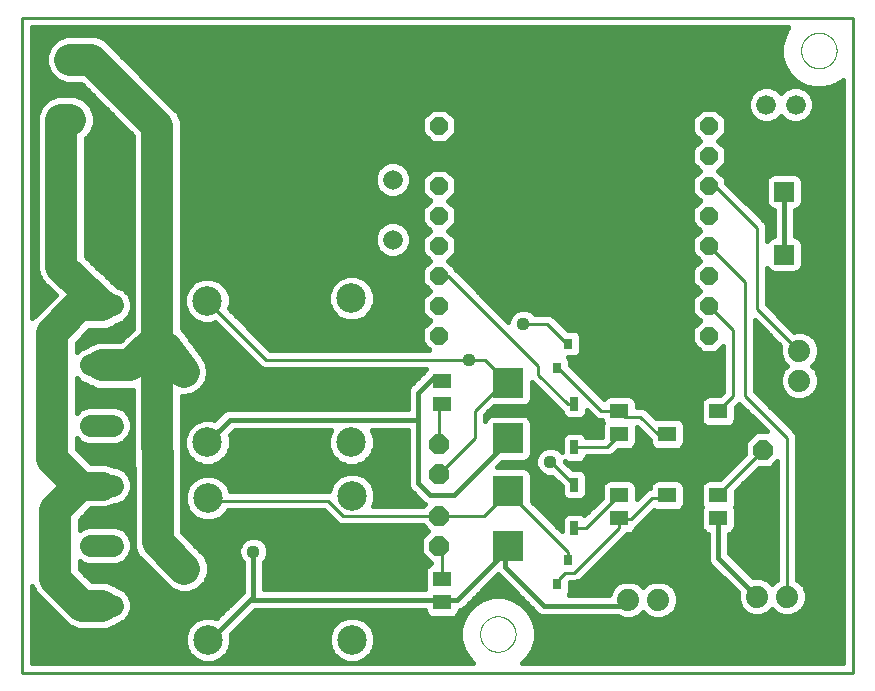
<source format=gtl>
G75*
%MOIN*%
%OFA0B0*%
%FSLAX25Y25*%
%IPPOS*%
%LPD*%
%AMOC8*
5,1,8,0,0,1.08239X$1,22.5*
%
%ADD10C,0.01000*%
%ADD11C,0.07300*%
%ADD12C,0.00000*%
%ADD13C,0.06600*%
%ADD14R,0.05906X0.05118*%
%ADD15C,0.07400*%
%ADD16C,0.06537*%
%ADD17OC8,0.05750*%
%ADD18R,0.10000X0.10000*%
%ADD19R,0.03150X0.03543*%
%ADD20R,0.02756X0.04724*%
%ADD21OC8,0.06600*%
%ADD22C,0.09843*%
%ADD23R,0.06500X0.06500*%
%ADD24C,0.06500*%
%ADD25C,0.10500*%
%ADD26C,0.08600*%
%ADD27C,0.01600*%
%ADD28C,0.04400*%
%ADD29C,0.09500*%
D10*
X0044800Y0019300D02*
X0321750Y0019300D01*
X0321750Y0237800D01*
X0044800Y0237800D01*
X0044800Y0019300D01*
X0121300Y0044300D02*
X0121800Y0043800D01*
X0151800Y0071800D02*
X0183800Y0071800D01*
X0198800Y0071800D01*
X0206800Y0079800D01*
X0206800Y0080050D01*
X0206800Y0079800D02*
X0226800Y0059800D01*
X0226800Y0057131D01*
X0225800Y0052800D02*
X0223800Y0050800D01*
X0223800Y0049800D01*
X0223060Y0048863D01*
X0225800Y0052800D02*
X0228800Y0052800D01*
X0243800Y0067800D01*
X0243800Y0070800D01*
X0247800Y0070800D01*
X0254800Y0077800D01*
X0259060Y0077800D01*
X0259800Y0078540D01*
X0259800Y0077800D01*
X0259800Y0071800D02*
X0264800Y0071800D01*
X0266800Y0073800D01*
X0266800Y0089060D01*
X0276800Y0099060D01*
X0275430Y0100430D01*
X0271170Y0100430D01*
X0265800Y0105800D01*
X0260540Y0105800D01*
X0259800Y0106540D01*
X0259800Y0106800D01*
X0245800Y0120800D01*
X0230800Y0120800D01*
X0230540Y0120863D01*
X0230800Y0121800D01*
X0230800Y0144800D01*
X0183800Y0191800D01*
X0180800Y0191800D01*
X0168800Y0203800D01*
X0168300Y0203800D01*
X0183800Y0151800D02*
X0186800Y0151800D01*
X0216800Y0121800D01*
X0216800Y0118800D01*
X0226517Y0109083D01*
X0228800Y0109083D01*
X0228800Y0109800D01*
X0237800Y0106800D02*
X0243800Y0106800D01*
X0245800Y0104800D01*
X0250800Y0104800D01*
X0256540Y0099060D01*
X0259800Y0099060D01*
X0259800Y0099800D01*
X0275060Y0100800D02*
X0275430Y0100430D01*
X0276800Y0106540D02*
X0276800Y0106800D01*
X0281800Y0111800D01*
X0281800Y0133800D01*
X0273800Y0141800D01*
X0285800Y0149800D02*
X0285800Y0111800D01*
X0299800Y0097800D01*
X0299800Y0044800D01*
X0303800Y0038800D02*
X0309800Y0044800D01*
X0303800Y0038800D02*
X0271800Y0038800D01*
X0266800Y0043800D01*
X0260800Y0049800D01*
X0259800Y0049800D01*
X0259800Y0071060D01*
X0259800Y0071800D01*
X0243800Y0071060D02*
X0243800Y0070800D01*
X0243800Y0078800D02*
X0232800Y0067800D01*
X0228800Y0067800D01*
X0228800Y0067517D01*
X0243800Y0078540D02*
X0243800Y0078800D01*
X0228800Y0082083D02*
X0221083Y0089800D01*
X0220800Y0089800D01*
X0228800Y0094517D02*
X0228800Y0094800D01*
X0239800Y0094800D01*
X0243800Y0098800D01*
X0243800Y0099060D01*
X0243800Y0106540D02*
X0243800Y0106800D01*
X0237800Y0106800D02*
X0223800Y0120800D01*
X0223060Y0120863D01*
X0226469Y0129131D02*
X0226800Y0129131D01*
X0226469Y0129131D02*
X0219800Y0135800D01*
X0211800Y0135800D01*
X0199050Y0123800D02*
X0193800Y0123800D01*
X0126096Y0123800D01*
X0106474Y0143422D01*
X0183800Y0110060D02*
X0183800Y0095800D01*
X0183800Y0085800D02*
X0195800Y0097800D01*
X0195800Y0106800D01*
X0205050Y0116050D01*
X0206800Y0116050D01*
X0199050Y0123800D01*
X0206800Y0116050D02*
X0206800Y0114800D01*
X0184800Y0109060D02*
X0183800Y0110060D01*
X0206800Y0097550D02*
X0206800Y0096800D01*
X0206800Y0061550D02*
X0205800Y0059800D01*
X0206800Y0060800D01*
X0206800Y0061550D01*
X0184800Y0059800D02*
X0184800Y0050540D01*
X0184800Y0043800D02*
X0184800Y0043060D01*
X0184800Y0059800D02*
X0183800Y0061800D01*
X0151800Y0071800D02*
X0146800Y0076800D01*
X0106800Y0076800D01*
X0106674Y0077622D01*
X0230540Y0048863D02*
X0230800Y0049800D01*
X0259800Y0049800D01*
X0276800Y0078540D02*
X0276800Y0078800D01*
X0291800Y0093800D01*
X0303800Y0126800D02*
X0289800Y0140800D01*
X0289800Y0167800D01*
X0275800Y0181800D01*
X0273800Y0181800D01*
X0273800Y0161800D02*
X0285800Y0149800D01*
X0303800Y0136800D02*
X0308800Y0141800D01*
X0308800Y0158800D01*
X0308800Y0179800D01*
D11*
X0074950Y0141840D02*
X0067650Y0141840D01*
X0067650Y0121840D02*
X0074950Y0121840D01*
X0074950Y0101800D02*
X0067650Y0101800D01*
X0067650Y0081800D02*
X0074950Y0081800D01*
X0074950Y0061800D02*
X0067650Y0061800D01*
X0067650Y0041800D02*
X0074950Y0041800D01*
D12*
X0197394Y0032300D02*
X0197396Y0032453D01*
X0197402Y0032607D01*
X0197412Y0032760D01*
X0197426Y0032912D01*
X0197444Y0033065D01*
X0197466Y0033216D01*
X0197491Y0033367D01*
X0197521Y0033518D01*
X0197555Y0033668D01*
X0197592Y0033816D01*
X0197633Y0033964D01*
X0197678Y0034110D01*
X0197727Y0034256D01*
X0197780Y0034400D01*
X0197836Y0034542D01*
X0197896Y0034683D01*
X0197960Y0034823D01*
X0198027Y0034961D01*
X0198098Y0035097D01*
X0198173Y0035231D01*
X0198250Y0035363D01*
X0198332Y0035493D01*
X0198416Y0035621D01*
X0198504Y0035747D01*
X0198595Y0035870D01*
X0198689Y0035991D01*
X0198787Y0036109D01*
X0198887Y0036225D01*
X0198991Y0036338D01*
X0199097Y0036449D01*
X0199206Y0036557D01*
X0199318Y0036662D01*
X0199432Y0036763D01*
X0199550Y0036862D01*
X0199669Y0036958D01*
X0199791Y0037051D01*
X0199916Y0037140D01*
X0200043Y0037227D01*
X0200172Y0037309D01*
X0200303Y0037389D01*
X0200436Y0037465D01*
X0200571Y0037538D01*
X0200708Y0037607D01*
X0200847Y0037672D01*
X0200987Y0037734D01*
X0201129Y0037792D01*
X0201272Y0037847D01*
X0201417Y0037898D01*
X0201563Y0037945D01*
X0201710Y0037988D01*
X0201858Y0038027D01*
X0202007Y0038063D01*
X0202157Y0038094D01*
X0202308Y0038122D01*
X0202459Y0038146D01*
X0202612Y0038166D01*
X0202764Y0038182D01*
X0202917Y0038194D01*
X0203070Y0038202D01*
X0203223Y0038206D01*
X0203377Y0038206D01*
X0203530Y0038202D01*
X0203683Y0038194D01*
X0203836Y0038182D01*
X0203988Y0038166D01*
X0204141Y0038146D01*
X0204292Y0038122D01*
X0204443Y0038094D01*
X0204593Y0038063D01*
X0204742Y0038027D01*
X0204890Y0037988D01*
X0205037Y0037945D01*
X0205183Y0037898D01*
X0205328Y0037847D01*
X0205471Y0037792D01*
X0205613Y0037734D01*
X0205753Y0037672D01*
X0205892Y0037607D01*
X0206029Y0037538D01*
X0206164Y0037465D01*
X0206297Y0037389D01*
X0206428Y0037309D01*
X0206557Y0037227D01*
X0206684Y0037140D01*
X0206809Y0037051D01*
X0206931Y0036958D01*
X0207050Y0036862D01*
X0207168Y0036763D01*
X0207282Y0036662D01*
X0207394Y0036557D01*
X0207503Y0036449D01*
X0207609Y0036338D01*
X0207713Y0036225D01*
X0207813Y0036109D01*
X0207911Y0035991D01*
X0208005Y0035870D01*
X0208096Y0035747D01*
X0208184Y0035621D01*
X0208268Y0035493D01*
X0208350Y0035363D01*
X0208427Y0035231D01*
X0208502Y0035097D01*
X0208573Y0034961D01*
X0208640Y0034823D01*
X0208704Y0034683D01*
X0208764Y0034542D01*
X0208820Y0034400D01*
X0208873Y0034256D01*
X0208922Y0034110D01*
X0208967Y0033964D01*
X0209008Y0033816D01*
X0209045Y0033668D01*
X0209079Y0033518D01*
X0209109Y0033367D01*
X0209134Y0033216D01*
X0209156Y0033065D01*
X0209174Y0032912D01*
X0209188Y0032760D01*
X0209198Y0032607D01*
X0209204Y0032453D01*
X0209206Y0032300D01*
X0209204Y0032147D01*
X0209198Y0031993D01*
X0209188Y0031840D01*
X0209174Y0031688D01*
X0209156Y0031535D01*
X0209134Y0031384D01*
X0209109Y0031233D01*
X0209079Y0031082D01*
X0209045Y0030932D01*
X0209008Y0030784D01*
X0208967Y0030636D01*
X0208922Y0030490D01*
X0208873Y0030344D01*
X0208820Y0030200D01*
X0208764Y0030058D01*
X0208704Y0029917D01*
X0208640Y0029777D01*
X0208573Y0029639D01*
X0208502Y0029503D01*
X0208427Y0029369D01*
X0208350Y0029237D01*
X0208268Y0029107D01*
X0208184Y0028979D01*
X0208096Y0028853D01*
X0208005Y0028730D01*
X0207911Y0028609D01*
X0207813Y0028491D01*
X0207713Y0028375D01*
X0207609Y0028262D01*
X0207503Y0028151D01*
X0207394Y0028043D01*
X0207282Y0027938D01*
X0207168Y0027837D01*
X0207050Y0027738D01*
X0206931Y0027642D01*
X0206809Y0027549D01*
X0206684Y0027460D01*
X0206557Y0027373D01*
X0206428Y0027291D01*
X0206297Y0027211D01*
X0206164Y0027135D01*
X0206029Y0027062D01*
X0205892Y0026993D01*
X0205753Y0026928D01*
X0205613Y0026866D01*
X0205471Y0026808D01*
X0205328Y0026753D01*
X0205183Y0026702D01*
X0205037Y0026655D01*
X0204890Y0026612D01*
X0204742Y0026573D01*
X0204593Y0026537D01*
X0204443Y0026506D01*
X0204292Y0026478D01*
X0204141Y0026454D01*
X0203988Y0026434D01*
X0203836Y0026418D01*
X0203683Y0026406D01*
X0203530Y0026398D01*
X0203377Y0026394D01*
X0203223Y0026394D01*
X0203070Y0026398D01*
X0202917Y0026406D01*
X0202764Y0026418D01*
X0202612Y0026434D01*
X0202459Y0026454D01*
X0202308Y0026478D01*
X0202157Y0026506D01*
X0202007Y0026537D01*
X0201858Y0026573D01*
X0201710Y0026612D01*
X0201563Y0026655D01*
X0201417Y0026702D01*
X0201272Y0026753D01*
X0201129Y0026808D01*
X0200987Y0026866D01*
X0200847Y0026928D01*
X0200708Y0026993D01*
X0200571Y0027062D01*
X0200436Y0027135D01*
X0200303Y0027211D01*
X0200172Y0027291D01*
X0200043Y0027373D01*
X0199916Y0027460D01*
X0199791Y0027549D01*
X0199669Y0027642D01*
X0199550Y0027738D01*
X0199432Y0027837D01*
X0199318Y0027938D01*
X0199206Y0028043D01*
X0199097Y0028151D01*
X0198991Y0028262D01*
X0198887Y0028375D01*
X0198787Y0028491D01*
X0198689Y0028609D01*
X0198595Y0028730D01*
X0198504Y0028853D01*
X0198416Y0028979D01*
X0198332Y0029107D01*
X0198250Y0029237D01*
X0198173Y0029369D01*
X0198098Y0029503D01*
X0198027Y0029639D01*
X0197960Y0029777D01*
X0197896Y0029917D01*
X0197836Y0030058D01*
X0197780Y0030200D01*
X0197727Y0030344D01*
X0197678Y0030490D01*
X0197633Y0030636D01*
X0197592Y0030784D01*
X0197555Y0030932D01*
X0197521Y0031082D01*
X0197491Y0031233D01*
X0197466Y0031384D01*
X0197444Y0031535D01*
X0197426Y0031688D01*
X0197412Y0031840D01*
X0197402Y0031993D01*
X0197396Y0032147D01*
X0197394Y0032300D01*
X0304394Y0226800D02*
X0304396Y0226953D01*
X0304402Y0227107D01*
X0304412Y0227260D01*
X0304426Y0227412D01*
X0304444Y0227565D01*
X0304466Y0227716D01*
X0304491Y0227867D01*
X0304521Y0228018D01*
X0304555Y0228168D01*
X0304592Y0228316D01*
X0304633Y0228464D01*
X0304678Y0228610D01*
X0304727Y0228756D01*
X0304780Y0228900D01*
X0304836Y0229042D01*
X0304896Y0229183D01*
X0304960Y0229323D01*
X0305027Y0229461D01*
X0305098Y0229597D01*
X0305173Y0229731D01*
X0305250Y0229863D01*
X0305332Y0229993D01*
X0305416Y0230121D01*
X0305504Y0230247D01*
X0305595Y0230370D01*
X0305689Y0230491D01*
X0305787Y0230609D01*
X0305887Y0230725D01*
X0305991Y0230838D01*
X0306097Y0230949D01*
X0306206Y0231057D01*
X0306318Y0231162D01*
X0306432Y0231263D01*
X0306550Y0231362D01*
X0306669Y0231458D01*
X0306791Y0231551D01*
X0306916Y0231640D01*
X0307043Y0231727D01*
X0307172Y0231809D01*
X0307303Y0231889D01*
X0307436Y0231965D01*
X0307571Y0232038D01*
X0307708Y0232107D01*
X0307847Y0232172D01*
X0307987Y0232234D01*
X0308129Y0232292D01*
X0308272Y0232347D01*
X0308417Y0232398D01*
X0308563Y0232445D01*
X0308710Y0232488D01*
X0308858Y0232527D01*
X0309007Y0232563D01*
X0309157Y0232594D01*
X0309308Y0232622D01*
X0309459Y0232646D01*
X0309612Y0232666D01*
X0309764Y0232682D01*
X0309917Y0232694D01*
X0310070Y0232702D01*
X0310223Y0232706D01*
X0310377Y0232706D01*
X0310530Y0232702D01*
X0310683Y0232694D01*
X0310836Y0232682D01*
X0310988Y0232666D01*
X0311141Y0232646D01*
X0311292Y0232622D01*
X0311443Y0232594D01*
X0311593Y0232563D01*
X0311742Y0232527D01*
X0311890Y0232488D01*
X0312037Y0232445D01*
X0312183Y0232398D01*
X0312328Y0232347D01*
X0312471Y0232292D01*
X0312613Y0232234D01*
X0312753Y0232172D01*
X0312892Y0232107D01*
X0313029Y0232038D01*
X0313164Y0231965D01*
X0313297Y0231889D01*
X0313428Y0231809D01*
X0313557Y0231727D01*
X0313684Y0231640D01*
X0313809Y0231551D01*
X0313931Y0231458D01*
X0314050Y0231362D01*
X0314168Y0231263D01*
X0314282Y0231162D01*
X0314394Y0231057D01*
X0314503Y0230949D01*
X0314609Y0230838D01*
X0314713Y0230725D01*
X0314813Y0230609D01*
X0314911Y0230491D01*
X0315005Y0230370D01*
X0315096Y0230247D01*
X0315184Y0230121D01*
X0315268Y0229993D01*
X0315350Y0229863D01*
X0315427Y0229731D01*
X0315502Y0229597D01*
X0315573Y0229461D01*
X0315640Y0229323D01*
X0315704Y0229183D01*
X0315764Y0229042D01*
X0315820Y0228900D01*
X0315873Y0228756D01*
X0315922Y0228610D01*
X0315967Y0228464D01*
X0316008Y0228316D01*
X0316045Y0228168D01*
X0316079Y0228018D01*
X0316109Y0227867D01*
X0316134Y0227716D01*
X0316156Y0227565D01*
X0316174Y0227412D01*
X0316188Y0227260D01*
X0316198Y0227107D01*
X0316204Y0226953D01*
X0316206Y0226800D01*
X0316204Y0226647D01*
X0316198Y0226493D01*
X0316188Y0226340D01*
X0316174Y0226188D01*
X0316156Y0226035D01*
X0316134Y0225884D01*
X0316109Y0225733D01*
X0316079Y0225582D01*
X0316045Y0225432D01*
X0316008Y0225284D01*
X0315967Y0225136D01*
X0315922Y0224990D01*
X0315873Y0224844D01*
X0315820Y0224700D01*
X0315764Y0224558D01*
X0315704Y0224417D01*
X0315640Y0224277D01*
X0315573Y0224139D01*
X0315502Y0224003D01*
X0315427Y0223869D01*
X0315350Y0223737D01*
X0315268Y0223607D01*
X0315184Y0223479D01*
X0315096Y0223353D01*
X0315005Y0223230D01*
X0314911Y0223109D01*
X0314813Y0222991D01*
X0314713Y0222875D01*
X0314609Y0222762D01*
X0314503Y0222651D01*
X0314394Y0222543D01*
X0314282Y0222438D01*
X0314168Y0222337D01*
X0314050Y0222238D01*
X0313931Y0222142D01*
X0313809Y0222049D01*
X0313684Y0221960D01*
X0313557Y0221873D01*
X0313428Y0221791D01*
X0313297Y0221711D01*
X0313164Y0221635D01*
X0313029Y0221562D01*
X0312892Y0221493D01*
X0312753Y0221428D01*
X0312613Y0221366D01*
X0312471Y0221308D01*
X0312328Y0221253D01*
X0312183Y0221202D01*
X0312037Y0221155D01*
X0311890Y0221112D01*
X0311742Y0221073D01*
X0311593Y0221037D01*
X0311443Y0221006D01*
X0311292Y0220978D01*
X0311141Y0220954D01*
X0310988Y0220934D01*
X0310836Y0220918D01*
X0310683Y0220906D01*
X0310530Y0220898D01*
X0310377Y0220894D01*
X0310223Y0220894D01*
X0310070Y0220898D01*
X0309917Y0220906D01*
X0309764Y0220918D01*
X0309612Y0220934D01*
X0309459Y0220954D01*
X0309308Y0220978D01*
X0309157Y0221006D01*
X0309007Y0221037D01*
X0308858Y0221073D01*
X0308710Y0221112D01*
X0308563Y0221155D01*
X0308417Y0221202D01*
X0308272Y0221253D01*
X0308129Y0221308D01*
X0307987Y0221366D01*
X0307847Y0221428D01*
X0307708Y0221493D01*
X0307571Y0221562D01*
X0307436Y0221635D01*
X0307303Y0221711D01*
X0307172Y0221791D01*
X0307043Y0221873D01*
X0306916Y0221960D01*
X0306791Y0222049D01*
X0306669Y0222142D01*
X0306550Y0222238D01*
X0306432Y0222337D01*
X0306318Y0222438D01*
X0306206Y0222543D01*
X0306097Y0222651D01*
X0305991Y0222762D01*
X0305887Y0222875D01*
X0305787Y0222991D01*
X0305689Y0223109D01*
X0305595Y0223230D01*
X0305504Y0223353D01*
X0305416Y0223479D01*
X0305332Y0223607D01*
X0305250Y0223737D01*
X0305173Y0223869D01*
X0305098Y0224003D01*
X0305027Y0224139D01*
X0304960Y0224277D01*
X0304896Y0224417D01*
X0304836Y0224558D01*
X0304780Y0224700D01*
X0304727Y0224844D01*
X0304678Y0224990D01*
X0304633Y0225136D01*
X0304592Y0225284D01*
X0304555Y0225432D01*
X0304521Y0225582D01*
X0304491Y0225733D01*
X0304466Y0225884D01*
X0304444Y0226035D01*
X0304426Y0226188D01*
X0304412Y0226340D01*
X0304402Y0226493D01*
X0304396Y0226647D01*
X0304394Y0226800D01*
D13*
X0302615Y0208800D03*
X0292772Y0208800D03*
D14*
X0184800Y0116540D03*
X0184800Y0109060D03*
X0243800Y0106540D03*
X0243800Y0099060D03*
X0259800Y0099060D03*
X0259800Y0106540D03*
X0276800Y0106540D03*
X0276800Y0099060D03*
X0276800Y0078540D03*
X0276800Y0071060D03*
X0259800Y0071060D03*
X0259800Y0078540D03*
X0243800Y0078540D03*
X0243800Y0071060D03*
X0184800Y0050540D03*
X0184800Y0043060D03*
D15*
X0246800Y0043800D03*
X0256800Y0043800D03*
X0266800Y0043800D03*
X0289800Y0044800D03*
X0299800Y0044800D03*
X0309800Y0044800D03*
X0303800Y0116800D03*
X0303800Y0126800D03*
X0303800Y0136800D03*
D16*
X0168300Y0163800D03*
X0168300Y0183800D03*
X0168300Y0203800D03*
X0060800Y0203800D03*
X0060800Y0223800D03*
D17*
X0183800Y0201800D03*
X0183800Y0191800D03*
X0183800Y0181800D03*
X0183800Y0171800D03*
X0183800Y0161800D03*
X0183800Y0151800D03*
X0183800Y0141800D03*
X0183800Y0131800D03*
X0273800Y0131800D03*
X0273800Y0141800D03*
X0273800Y0151800D03*
X0273800Y0161800D03*
X0273800Y0171800D03*
X0273800Y0181800D03*
X0273800Y0191800D03*
X0273800Y0201800D03*
D18*
X0206800Y0116050D03*
X0206800Y0097550D03*
X0206800Y0080050D03*
X0206800Y0061550D03*
D19*
X0226800Y0057131D03*
X0223060Y0048863D03*
X0230540Y0048863D03*
X0230540Y0120863D03*
X0223060Y0120863D03*
X0226800Y0129131D03*
D20*
X0228800Y0109083D03*
X0228800Y0094517D03*
X0228800Y0082083D03*
X0228800Y0067517D03*
D21*
X0183800Y0071800D03*
X0183800Y0061800D03*
X0183800Y0085800D03*
X0183800Y0095800D03*
X0291800Y0093800D03*
X0291800Y0083800D03*
D22*
X0154706Y0078409D03*
X0154506Y0096178D03*
X0106474Y0096178D03*
X0106674Y0077622D03*
X0098800Y0054000D03*
X0106674Y0030378D03*
X0154706Y0030378D03*
X0098600Y0119800D03*
X0106474Y0143422D03*
X0154506Y0144209D03*
D23*
X0298800Y0158800D03*
X0298800Y0179800D03*
D24*
X0308800Y0179800D03*
X0308800Y0158800D03*
D25*
X0098600Y0119800D02*
X0092800Y0127800D01*
X0089800Y0124800D02*
X0089900Y0062900D01*
X0098800Y0054000D01*
X0071300Y0041800D02*
X0064800Y0041800D01*
X0055800Y0050800D01*
X0055800Y0073800D01*
X0063800Y0081800D01*
X0054800Y0090800D01*
X0054800Y0132800D01*
X0063840Y0141840D01*
X0071300Y0141840D01*
X0069800Y0143340D02*
X0057800Y0154800D01*
X0057800Y0203800D01*
X0060800Y0203800D01*
X0060800Y0223800D02*
X0067800Y0223800D01*
X0089800Y0201700D01*
X0089800Y0130800D01*
X0080840Y0121840D01*
X0071300Y0121840D01*
D26*
X0089800Y0124800D02*
X0092800Y0127800D01*
X0089800Y0130800D01*
X0071300Y0141840D02*
X0069800Y0143340D01*
D27*
X0076303Y0148261D02*
X0065850Y0158243D01*
X0065850Y0197466D01*
X0067624Y0199240D01*
X0068850Y0202199D01*
X0068850Y0205401D01*
X0067624Y0208360D01*
X0065360Y0210624D01*
X0062401Y0211850D01*
X0056199Y0211850D01*
X0053240Y0210624D01*
X0050976Y0208360D01*
X0049750Y0205401D01*
X0049750Y0156305D01*
X0049715Y0156216D01*
X0049750Y0154707D01*
X0049750Y0153199D01*
X0049787Y0153110D01*
X0049789Y0153014D01*
X0050398Y0151634D01*
X0050976Y0150240D01*
X0051043Y0150172D01*
X0051082Y0150084D01*
X0052173Y0149042D01*
X0053240Y0147976D01*
X0053329Y0147939D01*
X0056002Y0145386D01*
X0050240Y0139624D01*
X0048100Y0137484D01*
X0048100Y0234500D01*
X0300147Y0234500D01*
X0298519Y0231680D01*
X0297657Y0228464D01*
X0297657Y0225136D01*
X0298519Y0221920D01*
X0300183Y0219037D01*
X0302537Y0216683D01*
X0305420Y0215019D01*
X0308636Y0214157D01*
X0311964Y0214157D01*
X0315180Y0215019D01*
X0318063Y0216683D01*
X0318450Y0217071D01*
X0318450Y0022600D01*
X0211479Y0022600D01*
X0213417Y0024537D01*
X0215081Y0027420D01*
X0215943Y0030636D01*
X0215943Y0033964D01*
X0215081Y0037180D01*
X0213417Y0040063D01*
X0211063Y0042417D01*
X0208180Y0044081D01*
X0204964Y0044943D01*
X0201636Y0044943D01*
X0198420Y0044081D01*
X0195537Y0042417D01*
X0193183Y0040063D01*
X0191519Y0037180D01*
X0190657Y0033964D01*
X0190657Y0030636D01*
X0191519Y0027420D01*
X0193183Y0024537D01*
X0195121Y0022600D01*
X0048100Y0022600D01*
X0048100Y0048354D01*
X0048976Y0046240D01*
X0060240Y0034976D01*
X0063199Y0033750D01*
X0072901Y0033750D01*
X0075860Y0034976D01*
X0076235Y0035351D01*
X0078604Y0036332D01*
X0080418Y0038146D01*
X0081400Y0040517D01*
X0081400Y0043083D01*
X0080418Y0045454D01*
X0078604Y0047268D01*
X0076235Y0048249D01*
X0075860Y0048624D01*
X0072901Y0049850D01*
X0068134Y0049850D01*
X0063850Y0054134D01*
X0063850Y0056478D01*
X0063996Y0056332D01*
X0066367Y0055350D01*
X0076233Y0055350D01*
X0078604Y0056332D01*
X0080418Y0058146D01*
X0081400Y0060517D01*
X0081400Y0063083D01*
X0080418Y0065454D01*
X0078604Y0067268D01*
X0076233Y0068250D01*
X0066367Y0068250D01*
X0063996Y0067268D01*
X0063850Y0067122D01*
X0063850Y0070466D01*
X0067634Y0074250D01*
X0072802Y0074250D01*
X0075457Y0075350D01*
X0076233Y0075350D01*
X0078604Y0076332D01*
X0080418Y0078146D01*
X0081400Y0080517D01*
X0081400Y0083083D01*
X0080418Y0085454D01*
X0078604Y0087268D01*
X0076233Y0088250D01*
X0075457Y0088250D01*
X0072802Y0089350D01*
X0067634Y0089350D01*
X0062850Y0094134D01*
X0062850Y0097478D01*
X0063996Y0096332D01*
X0066367Y0095350D01*
X0076233Y0095350D01*
X0078604Y0096332D01*
X0080418Y0098146D01*
X0081400Y0100517D01*
X0081400Y0103083D01*
X0080418Y0105454D01*
X0078604Y0107268D01*
X0076233Y0108250D01*
X0066367Y0108250D01*
X0063996Y0107268D01*
X0062850Y0106122D01*
X0062850Y0117518D01*
X0063996Y0116372D01*
X0066365Y0115391D01*
X0066740Y0115016D01*
X0069699Y0113790D01*
X0081768Y0113790D01*
X0081850Y0062893D01*
X0081850Y0061299D01*
X0081853Y0061293D01*
X0081853Y0061286D01*
X0082466Y0059811D01*
X0083076Y0058340D01*
X0083080Y0058335D01*
X0083083Y0058329D01*
X0084213Y0057202D01*
X0094240Y0047176D01*
X0097199Y0045950D01*
X0100401Y0045950D01*
X0103360Y0047176D01*
X0105624Y0049440D01*
X0106850Y0052399D01*
X0106850Y0055601D01*
X0105624Y0058560D01*
X0097945Y0066240D01*
X0097871Y0111765D01*
X0098914Y0111598D01*
X0102029Y0112343D01*
X0104621Y0114223D01*
X0106298Y0116951D01*
X0106802Y0120114D01*
X0106057Y0123229D01*
X0098377Y0133821D01*
X0097850Y0134145D01*
X0097850Y0201693D01*
X0097854Y0203283D01*
X0097850Y0203292D01*
X0097850Y0203301D01*
X0097240Y0204773D01*
X0096635Y0206244D01*
X0096628Y0206251D01*
X0096624Y0206260D01*
X0095498Y0207386D01*
X0074628Y0228351D01*
X0074624Y0228360D01*
X0073499Y0229486D01*
X0072375Y0230614D01*
X0072367Y0230618D01*
X0072360Y0230624D01*
X0070888Y0231234D01*
X0069419Y0231846D01*
X0069410Y0231846D01*
X0069401Y0231850D01*
X0067807Y0231850D01*
X0066217Y0231854D01*
X0066208Y0231850D01*
X0059199Y0231850D01*
X0056240Y0230624D01*
X0053976Y0228360D01*
X0052750Y0225401D01*
X0052750Y0222199D01*
X0053976Y0219240D01*
X0056240Y0216976D01*
X0059199Y0215750D01*
X0064455Y0215750D01*
X0081750Y0198376D01*
X0081750Y0134134D01*
X0077506Y0129890D01*
X0069699Y0129890D01*
X0066740Y0128664D01*
X0066365Y0128289D01*
X0063996Y0127308D01*
X0062850Y0126162D01*
X0062850Y0129466D01*
X0067174Y0133790D01*
X0072901Y0133790D01*
X0075860Y0135016D01*
X0076235Y0135391D01*
X0078604Y0136372D01*
X0080418Y0138186D01*
X0081400Y0140557D01*
X0081400Y0143123D01*
X0080418Y0145494D01*
X0078604Y0147308D01*
X0076303Y0148261D01*
X0076806Y0148053D02*
X0081750Y0148053D01*
X0081750Y0149651D02*
X0074847Y0149651D01*
X0073173Y0151250D02*
X0081750Y0151250D01*
X0081750Y0152848D02*
X0071500Y0152848D01*
X0069826Y0154447D02*
X0081750Y0154447D01*
X0081750Y0156045D02*
X0068152Y0156045D01*
X0066478Y0157644D02*
X0081750Y0157644D01*
X0081750Y0159242D02*
X0065850Y0159242D01*
X0065850Y0160841D02*
X0081750Y0160841D01*
X0081750Y0162439D02*
X0065850Y0162439D01*
X0065850Y0164038D02*
X0081750Y0164038D01*
X0081750Y0165636D02*
X0065850Y0165636D01*
X0065850Y0167235D02*
X0081750Y0167235D01*
X0081750Y0168833D02*
X0065850Y0168833D01*
X0065850Y0170432D02*
X0081750Y0170432D01*
X0081750Y0172030D02*
X0065850Y0172030D01*
X0065850Y0173629D02*
X0081750Y0173629D01*
X0081750Y0175227D02*
X0065850Y0175227D01*
X0065850Y0176826D02*
X0081750Y0176826D01*
X0081750Y0178424D02*
X0065850Y0178424D01*
X0065850Y0180023D02*
X0081750Y0180023D01*
X0081750Y0181621D02*
X0065850Y0181621D01*
X0065850Y0183220D02*
X0081750Y0183220D01*
X0081750Y0184818D02*
X0065850Y0184818D01*
X0065850Y0186417D02*
X0081750Y0186417D01*
X0081750Y0188015D02*
X0065850Y0188015D01*
X0065850Y0189614D02*
X0081750Y0189614D01*
X0081750Y0191212D02*
X0065850Y0191212D01*
X0065850Y0192811D02*
X0081750Y0192811D01*
X0081750Y0194409D02*
X0065850Y0194409D01*
X0065850Y0196008D02*
X0081750Y0196008D01*
X0081750Y0197606D02*
X0065991Y0197606D01*
X0067589Y0199205D02*
X0080925Y0199205D01*
X0079334Y0200803D02*
X0068272Y0200803D01*
X0068850Y0202402D02*
X0077742Y0202402D01*
X0076151Y0204001D02*
X0068850Y0204001D01*
X0068768Y0205599D02*
X0074560Y0205599D01*
X0072969Y0207198D02*
X0068106Y0207198D01*
X0067188Y0208796D02*
X0071377Y0208796D01*
X0069786Y0210395D02*
X0065590Y0210395D01*
X0068195Y0211993D02*
X0048100Y0211993D01*
X0048100Y0210395D02*
X0053010Y0210395D01*
X0051412Y0208796D02*
X0048100Y0208796D01*
X0048100Y0207198D02*
X0050494Y0207198D01*
X0049832Y0205599D02*
X0048100Y0205599D01*
X0048100Y0204001D02*
X0049750Y0204001D01*
X0049750Y0202402D02*
X0048100Y0202402D01*
X0048100Y0200803D02*
X0049750Y0200803D01*
X0049750Y0199205D02*
X0048100Y0199205D01*
X0048100Y0197606D02*
X0049750Y0197606D01*
X0049750Y0196008D02*
X0048100Y0196008D01*
X0048100Y0194409D02*
X0049750Y0194409D01*
X0049750Y0192811D02*
X0048100Y0192811D01*
X0048100Y0191212D02*
X0049750Y0191212D01*
X0049750Y0189614D02*
X0048100Y0189614D01*
X0048100Y0188015D02*
X0049750Y0188015D01*
X0049750Y0186417D02*
X0048100Y0186417D01*
X0048100Y0184818D02*
X0049750Y0184818D01*
X0049750Y0183220D02*
X0048100Y0183220D01*
X0048100Y0181621D02*
X0049750Y0181621D01*
X0049750Y0180023D02*
X0048100Y0180023D01*
X0048100Y0178424D02*
X0049750Y0178424D01*
X0049750Y0176826D02*
X0048100Y0176826D01*
X0048100Y0175227D02*
X0049750Y0175227D01*
X0049750Y0173629D02*
X0048100Y0173629D01*
X0048100Y0172030D02*
X0049750Y0172030D01*
X0049750Y0170432D02*
X0048100Y0170432D01*
X0048100Y0168833D02*
X0049750Y0168833D01*
X0049750Y0167235D02*
X0048100Y0167235D01*
X0048100Y0165636D02*
X0049750Y0165636D01*
X0049750Y0164038D02*
X0048100Y0164038D01*
X0048100Y0162439D02*
X0049750Y0162439D01*
X0049750Y0160841D02*
X0048100Y0160841D01*
X0048100Y0159242D02*
X0049750Y0159242D01*
X0049750Y0157644D02*
X0048100Y0157644D01*
X0048100Y0156045D02*
X0049719Y0156045D01*
X0049750Y0154447D02*
X0048100Y0154447D01*
X0048100Y0152848D02*
X0049862Y0152848D01*
X0050557Y0151250D02*
X0048100Y0151250D01*
X0048100Y0149651D02*
X0051536Y0149651D01*
X0053163Y0148053D02*
X0048100Y0148053D01*
X0048100Y0146454D02*
X0054883Y0146454D01*
X0055471Y0144856D02*
X0048100Y0144856D01*
X0048100Y0143257D02*
X0053873Y0143257D01*
X0052274Y0141659D02*
X0048100Y0141659D01*
X0048100Y0140060D02*
X0050676Y0140060D01*
X0049077Y0138462D02*
X0048100Y0138462D01*
X0062850Y0128870D02*
X0067237Y0128870D01*
X0063960Y0127272D02*
X0062850Y0127272D01*
X0063853Y0130469D02*
X0078085Y0130469D01*
X0079683Y0132068D02*
X0065452Y0132068D01*
X0067050Y0133666D02*
X0081282Y0133666D01*
X0081750Y0135265D02*
X0076109Y0135265D01*
X0079095Y0136863D02*
X0081750Y0136863D01*
X0081750Y0138462D02*
X0080532Y0138462D01*
X0081194Y0140060D02*
X0081750Y0140060D01*
X0081750Y0141659D02*
X0081400Y0141659D01*
X0081344Y0143257D02*
X0081750Y0143257D01*
X0081750Y0144856D02*
X0080682Y0144856D01*
X0081750Y0146454D02*
X0079458Y0146454D01*
X0097850Y0146454D02*
X0099373Y0146454D01*
X0099928Y0147796D02*
X0098753Y0144958D01*
X0098753Y0141886D01*
X0099928Y0139048D01*
X0102100Y0136876D01*
X0104938Y0135701D01*
X0108010Y0135701D01*
X0109084Y0136146D01*
X0123298Y0121931D01*
X0124227Y0121002D01*
X0125440Y0120500D01*
X0179397Y0120500D01*
X0179388Y0120479D01*
X0174761Y0115852D01*
X0173748Y0114839D01*
X0173200Y0113516D01*
X0173200Y0107400D01*
X0113380Y0107400D01*
X0112057Y0106852D01*
X0111044Y0105839D01*
X0108784Y0103579D01*
X0108010Y0103899D01*
X0104938Y0103899D01*
X0102100Y0102724D01*
X0099928Y0100552D01*
X0098753Y0097714D01*
X0098753Y0094642D01*
X0099928Y0091804D01*
X0102100Y0089632D01*
X0104938Y0088457D01*
X0108010Y0088457D01*
X0110848Y0089632D01*
X0113020Y0091804D01*
X0114195Y0094642D01*
X0114195Y0097714D01*
X0113875Y0098488D01*
X0115587Y0100200D01*
X0147814Y0100200D01*
X0146784Y0097714D01*
X0146784Y0094642D01*
X0147960Y0091804D01*
X0150132Y0089632D01*
X0152970Y0088457D01*
X0156041Y0088457D01*
X0158879Y0089632D01*
X0161051Y0091804D01*
X0162227Y0094642D01*
X0162227Y0097714D01*
X0161197Y0100200D01*
X0173200Y0100200D01*
X0173200Y0082084D01*
X0173748Y0080761D01*
X0174761Y0079748D01*
X0177748Y0076761D01*
X0178761Y0075748D01*
X0179016Y0075642D01*
X0178473Y0075100D01*
X0161692Y0075100D01*
X0162427Y0076874D01*
X0162427Y0079945D01*
X0161251Y0082783D01*
X0159079Y0084955D01*
X0156241Y0086131D01*
X0153170Y0086131D01*
X0150332Y0084955D01*
X0148160Y0082783D01*
X0147048Y0080100D01*
X0114005Y0080100D01*
X0113220Y0081996D01*
X0111048Y0084168D01*
X0108210Y0085343D01*
X0105138Y0085343D01*
X0102300Y0084168D01*
X0100128Y0081996D01*
X0098953Y0079158D01*
X0098953Y0076086D01*
X0100128Y0073248D01*
X0102300Y0071076D01*
X0105138Y0069901D01*
X0108210Y0069901D01*
X0111048Y0071076D01*
X0113220Y0073248D01*
X0113324Y0073500D01*
X0145433Y0073500D01*
X0149002Y0069931D01*
X0149931Y0069002D01*
X0151144Y0068500D01*
X0178473Y0068500D01*
X0180173Y0066800D01*
X0177700Y0064327D01*
X0177700Y0059273D01*
X0181137Y0055836D01*
X0180261Y0055473D01*
X0179474Y0054685D01*
X0179047Y0053656D01*
X0179047Y0047424D01*
X0179057Y0047400D01*
X0125400Y0047400D01*
X0125400Y0056329D01*
X0126039Y0056968D01*
X0126800Y0058805D01*
X0126800Y0060795D01*
X0126039Y0062632D01*
X0124632Y0064039D01*
X0122795Y0064800D01*
X0120805Y0064800D01*
X0118968Y0064039D01*
X0117561Y0062632D01*
X0116800Y0060795D01*
X0116800Y0058805D01*
X0117561Y0056968D01*
X0118200Y0056329D01*
X0118200Y0046291D01*
X0109481Y0037573D01*
X0108210Y0038099D01*
X0105138Y0038099D01*
X0102300Y0036924D01*
X0100128Y0034752D01*
X0098953Y0031914D01*
X0098953Y0028842D01*
X0100128Y0026004D01*
X0102300Y0023832D01*
X0105138Y0022657D01*
X0108210Y0022657D01*
X0111048Y0023832D01*
X0113220Y0026004D01*
X0114395Y0028842D01*
X0114395Y0031914D01*
X0114281Y0032190D01*
X0122291Y0040200D01*
X0179047Y0040200D01*
X0179047Y0039944D01*
X0179474Y0038915D01*
X0180261Y0038127D01*
X0181290Y0037701D01*
X0188310Y0037701D01*
X0189339Y0038127D01*
X0190126Y0038915D01*
X0190553Y0039944D01*
X0190553Y0040215D01*
X0191839Y0040748D01*
X0192852Y0041761D01*
X0203300Y0052209D01*
X0215748Y0039761D01*
X0216761Y0038748D01*
X0218084Y0038200D01*
X0243334Y0038200D01*
X0245507Y0037300D01*
X0248093Y0037300D01*
X0250482Y0038290D01*
X0251800Y0039608D01*
X0253118Y0038290D01*
X0255507Y0037300D01*
X0258093Y0037300D01*
X0260482Y0038290D01*
X0262310Y0040118D01*
X0263300Y0042507D01*
X0263300Y0045093D01*
X0262310Y0047482D01*
X0260482Y0049310D01*
X0258093Y0050300D01*
X0255507Y0050300D01*
X0253118Y0049310D01*
X0251800Y0047992D01*
X0250482Y0049310D01*
X0248093Y0050300D01*
X0245507Y0050300D01*
X0243118Y0049310D01*
X0241290Y0047482D01*
X0240427Y0045400D01*
X0226903Y0045400D01*
X0227008Y0045505D01*
X0227435Y0046534D01*
X0227435Y0049500D01*
X0229456Y0049500D01*
X0230669Y0050002D01*
X0246368Y0065701D01*
X0247310Y0065701D01*
X0248339Y0066127D01*
X0249126Y0066915D01*
X0249553Y0067944D01*
X0249553Y0067954D01*
X0249669Y0068002D01*
X0255270Y0073604D01*
X0256290Y0073181D01*
X0263310Y0073181D01*
X0264339Y0073607D01*
X0265126Y0074395D01*
X0265553Y0075424D01*
X0265553Y0081656D01*
X0265126Y0082685D01*
X0264339Y0083473D01*
X0263310Y0083899D01*
X0256290Y0083899D01*
X0255261Y0083473D01*
X0254474Y0082685D01*
X0254047Y0081656D01*
X0254047Y0081060D01*
X0252931Y0080598D01*
X0252002Y0079669D01*
X0249553Y0077220D01*
X0249553Y0081656D01*
X0249126Y0082685D01*
X0248339Y0083473D01*
X0247310Y0083899D01*
X0240290Y0083899D01*
X0239261Y0083473D01*
X0238474Y0082685D01*
X0238047Y0081656D01*
X0238047Y0077714D01*
X0232175Y0071842D01*
X0231764Y0072252D01*
X0230735Y0072679D01*
X0226865Y0072679D01*
X0225836Y0072252D01*
X0225048Y0071465D01*
X0224622Y0070436D01*
X0224622Y0066645D01*
X0214600Y0076667D01*
X0214600Y0085607D01*
X0214174Y0086636D01*
X0213386Y0087424D01*
X0212357Y0087850D01*
X0202941Y0087850D01*
X0204841Y0089750D01*
X0212357Y0089750D01*
X0213386Y0090176D01*
X0214174Y0090964D01*
X0214600Y0091993D01*
X0214600Y0103107D01*
X0214174Y0104136D01*
X0213386Y0104924D01*
X0212357Y0105350D01*
X0201243Y0105350D01*
X0200214Y0104924D01*
X0199426Y0104136D01*
X0199100Y0103348D01*
X0199100Y0105433D01*
X0201917Y0108250D01*
X0212357Y0108250D01*
X0213386Y0108676D01*
X0214174Y0109464D01*
X0214600Y0110493D01*
X0214600Y0116333D01*
X0223719Y0107214D01*
X0224622Y0106311D01*
X0224622Y0106164D01*
X0225048Y0105135D01*
X0225836Y0104348D01*
X0226865Y0103921D01*
X0230735Y0103921D01*
X0231764Y0104348D01*
X0232552Y0105135D01*
X0232978Y0106164D01*
X0232978Y0106955D01*
X0235002Y0104931D01*
X0235931Y0104002D01*
X0237144Y0103500D01*
X0238047Y0103500D01*
X0238047Y0103424D01*
X0238306Y0102800D01*
X0238047Y0102176D01*
X0238047Y0098100D01*
X0232703Y0098100D01*
X0232552Y0098465D01*
X0231764Y0099252D01*
X0230735Y0099679D01*
X0226865Y0099679D01*
X0225836Y0099252D01*
X0225048Y0098465D01*
X0224622Y0097436D01*
X0224622Y0093049D01*
X0223632Y0094039D01*
X0221795Y0094800D01*
X0219805Y0094800D01*
X0217968Y0094039D01*
X0216561Y0092632D01*
X0215800Y0090795D01*
X0215800Y0088805D01*
X0216561Y0086968D01*
X0217968Y0085561D01*
X0219805Y0084800D01*
X0221417Y0084800D01*
X0224622Y0081595D01*
X0224622Y0079164D01*
X0225048Y0078135D01*
X0225836Y0077348D01*
X0226865Y0076921D01*
X0230735Y0076921D01*
X0231764Y0077348D01*
X0232552Y0078135D01*
X0232978Y0079164D01*
X0232978Y0085003D01*
X0232552Y0086032D01*
X0231764Y0086819D01*
X0230735Y0087246D01*
X0228305Y0087246D01*
X0225800Y0089750D01*
X0225800Y0089817D01*
X0225836Y0089781D01*
X0226865Y0089354D01*
X0230735Y0089354D01*
X0231764Y0089781D01*
X0232552Y0090568D01*
X0232938Y0091500D01*
X0240456Y0091500D01*
X0241669Y0092002D01*
X0243368Y0093701D01*
X0247310Y0093701D01*
X0248339Y0094127D01*
X0249126Y0094915D01*
X0249553Y0095944D01*
X0249553Y0101380D01*
X0253743Y0097191D01*
X0254047Y0096886D01*
X0254047Y0095944D01*
X0254474Y0094915D01*
X0255261Y0094127D01*
X0256290Y0093701D01*
X0263310Y0093701D01*
X0264339Y0094127D01*
X0265126Y0094915D01*
X0265553Y0095944D01*
X0265553Y0102176D01*
X0265126Y0103205D01*
X0264339Y0103993D01*
X0263310Y0104419D01*
X0256290Y0104419D01*
X0255978Y0104289D01*
X0252669Y0107598D01*
X0251456Y0108100D01*
X0249553Y0108100D01*
X0249553Y0109656D01*
X0249126Y0110685D01*
X0248339Y0111473D01*
X0247310Y0111899D01*
X0240290Y0111899D01*
X0239261Y0111473D01*
X0238528Y0110739D01*
X0227435Y0121832D01*
X0227435Y0123192D01*
X0227008Y0124221D01*
X0226670Y0124559D01*
X0228932Y0124559D01*
X0229961Y0124985D01*
X0230749Y0125773D01*
X0231175Y0126802D01*
X0231175Y0131459D01*
X0230749Y0132488D01*
X0229961Y0133276D01*
X0228932Y0133702D01*
X0226565Y0133702D01*
X0221669Y0138598D01*
X0220456Y0139100D01*
X0215571Y0139100D01*
X0214632Y0140039D01*
X0212795Y0140800D01*
X0210805Y0140800D01*
X0208968Y0140039D01*
X0207561Y0138632D01*
X0206800Y0136795D01*
X0206800Y0136467D01*
X0189598Y0153669D01*
X0189475Y0153792D01*
X0189475Y0154151D01*
X0186825Y0156800D01*
X0189475Y0159449D01*
X0189475Y0164151D01*
X0186825Y0166800D01*
X0189475Y0169449D01*
X0189475Y0174151D01*
X0186825Y0176800D01*
X0189475Y0179449D01*
X0189475Y0184151D01*
X0186151Y0187475D01*
X0181449Y0187475D01*
X0178125Y0184151D01*
X0178125Y0179449D01*
X0180775Y0176800D01*
X0178125Y0174151D01*
X0178125Y0169449D01*
X0180775Y0166800D01*
X0178125Y0164151D01*
X0178125Y0159449D01*
X0180775Y0156800D01*
X0178125Y0154151D01*
X0178125Y0149449D01*
X0180775Y0146800D01*
X0178125Y0144151D01*
X0178125Y0139449D01*
X0180775Y0136800D01*
X0178125Y0134151D01*
X0178125Y0129449D01*
X0180475Y0127100D01*
X0127463Y0127100D01*
X0113750Y0140812D01*
X0114195Y0141886D01*
X0114195Y0144958D01*
X0113020Y0147796D01*
X0110848Y0149968D01*
X0108010Y0151143D01*
X0104938Y0151143D01*
X0102100Y0149968D01*
X0099928Y0147796D01*
X0100185Y0148053D02*
X0097850Y0148053D01*
X0097850Y0149651D02*
X0101784Y0149651D01*
X0097850Y0151250D02*
X0151325Y0151250D01*
X0150132Y0150755D02*
X0147960Y0148583D01*
X0146784Y0145745D01*
X0146784Y0142674D01*
X0147960Y0139836D01*
X0150132Y0137664D01*
X0152970Y0136488D01*
X0156041Y0136488D01*
X0158879Y0137664D01*
X0161051Y0139836D01*
X0162227Y0142674D01*
X0162227Y0145745D01*
X0161051Y0148583D01*
X0158879Y0150755D01*
X0156041Y0151931D01*
X0152970Y0151931D01*
X0150132Y0150755D01*
X0149028Y0149651D02*
X0111164Y0149651D01*
X0112763Y0148053D02*
X0147740Y0148053D01*
X0147078Y0146454D02*
X0113576Y0146454D01*
X0114195Y0144856D02*
X0146784Y0144856D01*
X0146784Y0143257D02*
X0114195Y0143257D01*
X0114101Y0141659D02*
X0147205Y0141659D01*
X0147867Y0140060D02*
X0114503Y0140060D01*
X0116101Y0138462D02*
X0149334Y0138462D01*
X0152065Y0136863D02*
X0117700Y0136863D01*
X0119298Y0135265D02*
X0179239Y0135265D01*
X0178125Y0133666D02*
X0120897Y0133666D01*
X0122495Y0132068D02*
X0178125Y0132068D01*
X0178125Y0130469D02*
X0124094Y0130469D01*
X0125692Y0128870D02*
X0178704Y0128870D01*
X0180303Y0127272D02*
X0127291Y0127272D01*
X0122753Y0122476D02*
X0106237Y0122476D01*
X0106619Y0120878D02*
X0124527Y0120878D01*
X0121154Y0124075D02*
X0105444Y0124075D01*
X0104285Y0125673D02*
X0119556Y0125673D01*
X0117957Y0127272D02*
X0103126Y0127272D01*
X0101967Y0128870D02*
X0116359Y0128870D01*
X0114760Y0130469D02*
X0100808Y0130469D01*
X0099649Y0132068D02*
X0113162Y0132068D01*
X0111563Y0133666D02*
X0098490Y0133666D01*
X0097850Y0135265D02*
X0109965Y0135265D01*
X0102132Y0136863D02*
X0097850Y0136863D01*
X0097850Y0138462D02*
X0100515Y0138462D01*
X0099509Y0140060D02*
X0097850Y0140060D01*
X0097850Y0141659D02*
X0098847Y0141659D01*
X0098753Y0143257D02*
X0097850Y0143257D01*
X0097850Y0144856D02*
X0098753Y0144856D01*
X0097850Y0152848D02*
X0178125Y0152848D01*
X0178125Y0151250D02*
X0157686Y0151250D01*
X0159983Y0149651D02*
X0178125Y0149651D01*
X0179522Y0148053D02*
X0161271Y0148053D01*
X0161933Y0146454D02*
X0180429Y0146454D01*
X0178830Y0144856D02*
X0162227Y0144856D01*
X0162227Y0143257D02*
X0178125Y0143257D01*
X0178125Y0141659D02*
X0161806Y0141659D01*
X0161144Y0140060D02*
X0178125Y0140060D01*
X0179113Y0138462D02*
X0159677Y0138462D01*
X0156946Y0136863D02*
X0180712Y0136863D01*
X0195214Y0148053D02*
X0269522Y0148053D01*
X0270775Y0146800D02*
X0268125Y0144151D01*
X0268125Y0139449D01*
X0270775Y0136800D01*
X0268125Y0134151D01*
X0268125Y0129449D01*
X0271449Y0126125D01*
X0276151Y0126125D01*
X0278500Y0128475D01*
X0278500Y0113167D01*
X0277232Y0111899D01*
X0273290Y0111899D01*
X0272261Y0111473D01*
X0271474Y0110685D01*
X0271047Y0109656D01*
X0271047Y0103424D01*
X0271474Y0102395D01*
X0272261Y0101607D01*
X0273290Y0101181D01*
X0280310Y0101181D01*
X0281339Y0101607D01*
X0282126Y0102395D01*
X0282553Y0103424D01*
X0282553Y0107886D01*
X0283800Y0109133D01*
X0293033Y0099900D01*
X0289273Y0099900D01*
X0285700Y0096327D01*
X0285700Y0092367D01*
X0277232Y0083899D01*
X0273290Y0083899D01*
X0272261Y0083473D01*
X0271474Y0082685D01*
X0271047Y0081656D01*
X0271047Y0075424D01*
X0271306Y0074800D01*
X0271047Y0074176D01*
X0271047Y0067944D01*
X0271474Y0066915D01*
X0272261Y0066127D01*
X0273200Y0065738D01*
X0273200Y0057084D01*
X0273748Y0055761D01*
X0283334Y0046175D01*
X0283300Y0046093D01*
X0283300Y0043507D01*
X0284290Y0041118D01*
X0286118Y0039290D01*
X0288507Y0038300D01*
X0291093Y0038300D01*
X0293482Y0039290D01*
X0294800Y0040608D01*
X0296118Y0039290D01*
X0298507Y0038300D01*
X0301093Y0038300D01*
X0303482Y0039290D01*
X0305310Y0041118D01*
X0306300Y0043507D01*
X0306300Y0046093D01*
X0305310Y0048482D01*
X0303482Y0050310D01*
X0303100Y0050469D01*
X0303100Y0098456D01*
X0302598Y0099669D01*
X0289100Y0113167D01*
X0289100Y0136833D01*
X0297458Y0128475D01*
X0297300Y0128093D01*
X0297300Y0125507D01*
X0298290Y0123118D01*
X0299608Y0121800D01*
X0298290Y0120482D01*
X0297300Y0118093D01*
X0297300Y0115507D01*
X0298290Y0113118D01*
X0300118Y0111290D01*
X0302507Y0110300D01*
X0305093Y0110300D01*
X0307482Y0111290D01*
X0309310Y0113118D01*
X0310300Y0115507D01*
X0310300Y0118093D01*
X0309310Y0120482D01*
X0307992Y0121800D01*
X0309310Y0123118D01*
X0310300Y0125507D01*
X0310300Y0128093D01*
X0309310Y0130482D01*
X0307482Y0132310D01*
X0305093Y0133300D01*
X0302507Y0133300D01*
X0302125Y0133142D01*
X0293100Y0142167D01*
X0293100Y0154148D01*
X0293176Y0153964D01*
X0293964Y0153176D01*
X0294993Y0152750D01*
X0302607Y0152750D01*
X0303636Y0153176D01*
X0304424Y0153964D01*
X0304850Y0154993D01*
X0304850Y0162607D01*
X0304424Y0163636D01*
X0303636Y0164424D01*
X0302607Y0164850D01*
X0302400Y0164850D01*
X0302400Y0173750D01*
X0302607Y0173750D01*
X0303636Y0174176D01*
X0304424Y0174964D01*
X0304850Y0175993D01*
X0304850Y0183607D01*
X0304424Y0184636D01*
X0303636Y0185424D01*
X0302607Y0185850D01*
X0294993Y0185850D01*
X0293964Y0185424D01*
X0293176Y0184636D01*
X0292750Y0183607D01*
X0292750Y0175993D01*
X0293176Y0174964D01*
X0293964Y0174176D01*
X0294993Y0173750D01*
X0295200Y0173750D01*
X0295200Y0164850D01*
X0294993Y0164850D01*
X0293964Y0164424D01*
X0293176Y0163636D01*
X0293100Y0163452D01*
X0293100Y0168456D01*
X0292598Y0169669D01*
X0279475Y0182792D01*
X0279475Y0184151D01*
X0276825Y0186800D01*
X0279475Y0189449D01*
X0279475Y0194151D01*
X0276825Y0196800D01*
X0279475Y0199449D01*
X0279475Y0204151D01*
X0276151Y0207475D01*
X0271449Y0207475D01*
X0268125Y0204151D01*
X0268125Y0199449D01*
X0270775Y0196800D01*
X0268125Y0194151D01*
X0268125Y0189449D01*
X0270775Y0186800D01*
X0268125Y0184151D01*
X0268125Y0179449D01*
X0270775Y0176800D01*
X0268125Y0174151D01*
X0268125Y0169449D01*
X0270775Y0166800D01*
X0268125Y0164151D01*
X0268125Y0159449D01*
X0270775Y0156800D01*
X0268125Y0154151D01*
X0268125Y0149449D01*
X0270775Y0146800D01*
X0270429Y0146454D02*
X0196813Y0146454D01*
X0198411Y0144856D02*
X0268830Y0144856D01*
X0268125Y0143257D02*
X0200010Y0143257D01*
X0201608Y0141659D02*
X0268125Y0141659D01*
X0268125Y0140060D02*
X0214581Y0140060D01*
X0209019Y0140060D02*
X0203207Y0140060D01*
X0204805Y0138462D02*
X0207491Y0138462D01*
X0206828Y0136863D02*
X0206404Y0136863D01*
X0221805Y0138462D02*
X0269113Y0138462D01*
X0270712Y0136863D02*
X0223404Y0136863D01*
X0225002Y0135265D02*
X0269239Y0135265D01*
X0268125Y0133666D02*
X0229019Y0133666D01*
X0230923Y0132068D02*
X0268125Y0132068D01*
X0268125Y0130469D02*
X0231175Y0130469D01*
X0231175Y0128870D02*
X0268704Y0128870D01*
X0270303Y0127272D02*
X0231175Y0127272D01*
X0230649Y0125673D02*
X0278500Y0125673D01*
X0278500Y0124075D02*
X0227069Y0124075D01*
X0227435Y0122476D02*
X0278500Y0122476D01*
X0278500Y0120878D02*
X0228389Y0120878D01*
X0229987Y0119279D02*
X0278500Y0119279D01*
X0278500Y0117681D02*
X0231586Y0117681D01*
X0233184Y0116082D02*
X0278500Y0116082D01*
X0278500Y0114484D02*
X0234783Y0114484D01*
X0236382Y0112885D02*
X0278218Y0112885D01*
X0272075Y0111287D02*
X0248525Y0111287D01*
X0249539Y0109688D02*
X0271061Y0109688D01*
X0271047Y0108090D02*
X0251481Y0108090D01*
X0253776Y0106491D02*
X0271047Y0106491D01*
X0271047Y0104893D02*
X0255374Y0104893D01*
X0250836Y0100097D02*
X0249553Y0100097D01*
X0249553Y0098499D02*
X0252434Y0098499D01*
X0254033Y0096900D02*
X0249553Y0096900D01*
X0249287Y0095302D02*
X0254313Y0095302D01*
X0256284Y0093703D02*
X0247316Y0093703D01*
X0241772Y0092105D02*
X0285438Y0092105D01*
X0285700Y0093703D02*
X0263316Y0093703D01*
X0265287Y0095302D02*
X0285700Y0095302D01*
X0286274Y0096900D02*
X0265553Y0096900D01*
X0265553Y0098499D02*
X0287872Y0098499D01*
X0292836Y0100097D02*
X0265553Y0100097D01*
X0265553Y0101696D02*
X0272173Y0101696D01*
X0271101Y0103294D02*
X0265037Y0103294D01*
X0281427Y0101696D02*
X0291237Y0101696D01*
X0289639Y0103294D02*
X0282499Y0103294D01*
X0282553Y0104893D02*
X0288040Y0104893D01*
X0286442Y0106491D02*
X0282553Y0106491D01*
X0282757Y0108090D02*
X0284843Y0108090D01*
X0290980Y0111287D02*
X0300125Y0111287D01*
X0298522Y0112885D02*
X0289382Y0112885D01*
X0289100Y0114484D02*
X0297724Y0114484D01*
X0297300Y0116082D02*
X0289100Y0116082D01*
X0289100Y0117681D02*
X0297300Y0117681D01*
X0297791Y0119279D02*
X0289100Y0119279D01*
X0289100Y0120878D02*
X0298686Y0120878D01*
X0298931Y0122476D02*
X0289100Y0122476D01*
X0289100Y0124075D02*
X0297893Y0124075D01*
X0297300Y0125673D02*
X0289100Y0125673D01*
X0289100Y0127272D02*
X0297300Y0127272D01*
X0297063Y0128870D02*
X0289100Y0128870D01*
X0289100Y0130469D02*
X0295464Y0130469D01*
X0293866Y0132068D02*
X0289100Y0132068D01*
X0289100Y0133666D02*
X0292267Y0133666D01*
X0290669Y0135265D02*
X0289100Y0135265D01*
X0295207Y0140060D02*
X0318450Y0140060D01*
X0318450Y0138462D02*
X0296805Y0138462D01*
X0298404Y0136863D02*
X0318450Y0136863D01*
X0318450Y0135265D02*
X0300002Y0135265D01*
X0301601Y0133666D02*
X0318450Y0133666D01*
X0318450Y0132068D02*
X0307725Y0132068D01*
X0309316Y0130469D02*
X0318450Y0130469D01*
X0318450Y0128870D02*
X0309978Y0128870D01*
X0310300Y0127272D02*
X0318450Y0127272D01*
X0318450Y0125673D02*
X0310300Y0125673D01*
X0309707Y0124075D02*
X0318450Y0124075D01*
X0318450Y0122476D02*
X0308669Y0122476D01*
X0308914Y0120878D02*
X0318450Y0120878D01*
X0318450Y0119279D02*
X0309809Y0119279D01*
X0310300Y0117681D02*
X0318450Y0117681D01*
X0318450Y0116082D02*
X0310300Y0116082D01*
X0309876Y0114484D02*
X0318450Y0114484D01*
X0318450Y0112885D02*
X0309078Y0112885D01*
X0307475Y0111287D02*
X0318450Y0111287D01*
X0318450Y0109688D02*
X0292579Y0109688D01*
X0294177Y0108090D02*
X0318450Y0108090D01*
X0318450Y0106491D02*
X0295776Y0106491D01*
X0297374Y0104893D02*
X0318450Y0104893D01*
X0318450Y0103294D02*
X0298973Y0103294D01*
X0300571Y0101696D02*
X0318450Y0101696D01*
X0318450Y0100097D02*
X0302170Y0100097D01*
X0303082Y0098499D02*
X0318450Y0098499D01*
X0318450Y0096900D02*
X0303100Y0096900D01*
X0303100Y0095302D02*
X0318450Y0095302D01*
X0318450Y0093703D02*
X0303100Y0093703D01*
X0303100Y0092105D02*
X0318450Y0092105D01*
X0318450Y0090506D02*
X0303100Y0090506D01*
X0303100Y0088908D02*
X0318450Y0088908D01*
X0318450Y0087309D02*
X0303100Y0087309D01*
X0303100Y0085711D02*
X0318450Y0085711D01*
X0318450Y0084112D02*
X0303100Y0084112D01*
X0303100Y0082514D02*
X0318450Y0082514D01*
X0318450Y0080915D02*
X0303100Y0080915D01*
X0303100Y0079317D02*
X0318450Y0079317D01*
X0318450Y0077718D02*
X0303100Y0077718D01*
X0303100Y0076120D02*
X0318450Y0076120D01*
X0318450Y0074521D02*
X0303100Y0074521D01*
X0303100Y0072923D02*
X0318450Y0072923D01*
X0318450Y0071324D02*
X0303100Y0071324D01*
X0303100Y0069726D02*
X0318450Y0069726D01*
X0318450Y0068127D02*
X0303100Y0068127D01*
X0303100Y0066529D02*
X0318450Y0066529D01*
X0318450Y0064930D02*
X0303100Y0064930D01*
X0303100Y0063332D02*
X0318450Y0063332D01*
X0318450Y0061733D02*
X0303100Y0061733D01*
X0303100Y0060134D02*
X0318450Y0060134D01*
X0318450Y0058536D02*
X0303100Y0058536D01*
X0303100Y0056937D02*
X0318450Y0056937D01*
X0318450Y0055339D02*
X0303100Y0055339D01*
X0303100Y0053740D02*
X0318450Y0053740D01*
X0318450Y0052142D02*
X0303100Y0052142D01*
X0303100Y0050543D02*
X0318450Y0050543D01*
X0318450Y0048945D02*
X0304847Y0048945D01*
X0305781Y0047346D02*
X0318450Y0047346D01*
X0318450Y0045748D02*
X0306300Y0045748D01*
X0306300Y0044149D02*
X0318450Y0044149D01*
X0318450Y0042551D02*
X0305904Y0042551D01*
X0305145Y0040952D02*
X0318450Y0040952D01*
X0318450Y0039354D02*
X0303546Y0039354D01*
X0296054Y0039354D02*
X0293546Y0039354D01*
X0289800Y0044800D02*
X0276800Y0057800D01*
X0276800Y0071060D01*
X0282553Y0071324D02*
X0296500Y0071324D01*
X0296500Y0069726D02*
X0282553Y0069726D01*
X0282553Y0068127D02*
X0296500Y0068127D01*
X0296500Y0066529D02*
X0281740Y0066529D01*
X0282126Y0066915D02*
X0282553Y0067944D01*
X0282553Y0074176D01*
X0282294Y0074800D01*
X0282553Y0075424D01*
X0282553Y0079886D01*
X0290367Y0087700D01*
X0294327Y0087700D01*
X0296500Y0089873D01*
X0296500Y0050469D01*
X0296118Y0050310D01*
X0294800Y0048992D01*
X0293482Y0050310D01*
X0291093Y0051300D01*
X0288507Y0051300D01*
X0288425Y0051266D01*
X0280400Y0059291D01*
X0280400Y0065738D01*
X0281339Y0066127D01*
X0282126Y0066915D01*
X0280400Y0064930D02*
X0296500Y0064930D01*
X0296500Y0063332D02*
X0280400Y0063332D01*
X0280400Y0061733D02*
X0296500Y0061733D01*
X0296500Y0060134D02*
X0280400Y0060134D01*
X0281155Y0058536D02*
X0296500Y0058536D01*
X0296500Y0056937D02*
X0282754Y0056937D01*
X0284352Y0055339D02*
X0296500Y0055339D01*
X0296500Y0053740D02*
X0285951Y0053740D01*
X0287549Y0052142D02*
X0296500Y0052142D01*
X0296500Y0050543D02*
X0292919Y0050543D01*
X0283300Y0045748D02*
X0263029Y0045748D01*
X0263300Y0044149D02*
X0283300Y0044149D01*
X0283696Y0042551D02*
X0263300Y0042551D01*
X0262656Y0040952D02*
X0284455Y0040952D01*
X0286054Y0039354D02*
X0261546Y0039354D01*
X0259192Y0037755D02*
X0318450Y0037755D01*
X0318450Y0036157D02*
X0215355Y0036157D01*
X0215783Y0034558D02*
X0318450Y0034558D01*
X0318450Y0032960D02*
X0215943Y0032960D01*
X0215943Y0031361D02*
X0318450Y0031361D01*
X0318450Y0029763D02*
X0215709Y0029763D01*
X0215280Y0028164D02*
X0318450Y0028164D01*
X0318450Y0026566D02*
X0214588Y0026566D01*
X0213665Y0024967D02*
X0318450Y0024967D01*
X0318450Y0023369D02*
X0212248Y0023369D01*
X0194352Y0023369D02*
X0157960Y0023369D01*
X0159079Y0023832D02*
X0161251Y0026004D01*
X0162427Y0028842D01*
X0162427Y0031914D01*
X0161251Y0034752D01*
X0159079Y0036924D01*
X0156241Y0038099D01*
X0153170Y0038099D01*
X0150332Y0036924D01*
X0148160Y0034752D01*
X0146984Y0031914D01*
X0146984Y0028842D01*
X0148160Y0026004D01*
X0150332Y0023832D01*
X0153170Y0022657D01*
X0156241Y0022657D01*
X0159079Y0023832D01*
X0160214Y0024967D02*
X0192935Y0024967D01*
X0192012Y0026566D02*
X0161484Y0026566D01*
X0162146Y0028164D02*
X0191320Y0028164D01*
X0190891Y0029763D02*
X0162427Y0029763D01*
X0162427Y0031361D02*
X0190657Y0031361D01*
X0190657Y0032960D02*
X0161993Y0032960D01*
X0161331Y0034558D02*
X0190817Y0034558D01*
X0191245Y0036157D02*
X0159846Y0036157D01*
X0157072Y0037755D02*
X0181159Y0037755D01*
X0179292Y0039354D02*
X0121445Y0039354D01*
X0119846Y0037755D02*
X0152340Y0037755D01*
X0149565Y0036157D02*
X0118248Y0036157D01*
X0116649Y0034558D02*
X0148080Y0034558D01*
X0147418Y0032960D02*
X0115051Y0032960D01*
X0114395Y0031361D02*
X0146984Y0031361D01*
X0146984Y0029763D02*
X0114395Y0029763D01*
X0114114Y0028164D02*
X0147265Y0028164D01*
X0147927Y0026566D02*
X0113452Y0026566D01*
X0112183Y0024967D02*
X0149197Y0024967D01*
X0151451Y0023369D02*
X0109929Y0023369D01*
X0103419Y0023369D02*
X0048100Y0023369D01*
X0048100Y0024967D02*
X0101165Y0024967D01*
X0099896Y0026566D02*
X0048100Y0026566D01*
X0048100Y0028164D02*
X0099234Y0028164D01*
X0098953Y0029763D02*
X0048100Y0029763D01*
X0048100Y0031361D02*
X0098953Y0031361D01*
X0099386Y0032960D02*
X0048100Y0032960D01*
X0048100Y0034558D02*
X0061247Y0034558D01*
X0059059Y0036157D02*
X0048100Y0036157D01*
X0048100Y0037755D02*
X0057460Y0037755D01*
X0055862Y0039354D02*
X0048100Y0039354D01*
X0048100Y0040952D02*
X0054263Y0040952D01*
X0052665Y0042551D02*
X0048100Y0042551D01*
X0048100Y0044149D02*
X0051066Y0044149D01*
X0049468Y0045748D02*
X0048100Y0045748D01*
X0048100Y0047346D02*
X0048517Y0047346D01*
X0064244Y0053740D02*
X0087675Y0053740D01*
X0089274Y0052142D02*
X0065842Y0052142D01*
X0067441Y0050543D02*
X0090872Y0050543D01*
X0092471Y0048945D02*
X0075086Y0048945D01*
X0078414Y0047346D02*
X0094069Y0047346D01*
X0103531Y0047346D02*
X0118200Y0047346D01*
X0118200Y0048945D02*
X0105129Y0048945D01*
X0106081Y0050543D02*
X0118200Y0050543D01*
X0118200Y0052142D02*
X0106744Y0052142D01*
X0106850Y0053740D02*
X0118200Y0053740D01*
X0118200Y0055339D02*
X0106850Y0055339D01*
X0106297Y0056937D02*
X0117591Y0056937D01*
X0116912Y0058536D02*
X0105634Y0058536D01*
X0104050Y0060134D02*
X0116800Y0060134D01*
X0117189Y0061733D02*
X0102451Y0061733D01*
X0100853Y0063332D02*
X0118260Y0063332D01*
X0121800Y0059800D02*
X0121800Y0044800D01*
X0121300Y0044300D01*
X0107378Y0030378D01*
X0106674Y0030378D01*
X0101533Y0036157D02*
X0078181Y0036157D01*
X0080027Y0037755D02*
X0104308Y0037755D01*
X0100048Y0034558D02*
X0074853Y0034558D01*
X0080918Y0039354D02*
X0111263Y0039354D01*
X0112861Y0040952D02*
X0081400Y0040952D01*
X0081400Y0042551D02*
X0114460Y0042551D01*
X0116058Y0044149D02*
X0080958Y0044149D01*
X0080124Y0045748D02*
X0117657Y0045748D01*
X0121800Y0043800D02*
X0184800Y0043800D01*
X0189800Y0043800D01*
X0205800Y0059800D01*
X0205800Y0054800D01*
X0218800Y0041800D01*
X0244800Y0041800D01*
X0246800Y0043800D01*
X0251546Y0039354D02*
X0252054Y0039354D01*
X0254408Y0037755D02*
X0249192Y0037755D01*
X0244408Y0037755D02*
X0214749Y0037755D01*
X0213826Y0039354D02*
X0216155Y0039354D01*
X0214556Y0040952D02*
X0212527Y0040952D01*
X0212958Y0042551D02*
X0210830Y0042551D01*
X0211359Y0044149D02*
X0207924Y0044149D01*
X0209761Y0045748D02*
X0196839Y0045748D01*
X0198438Y0047346D02*
X0208162Y0047346D01*
X0206564Y0048945D02*
X0200036Y0048945D01*
X0201635Y0050543D02*
X0204965Y0050543D01*
X0203367Y0052142D02*
X0203233Y0052142D01*
X0198676Y0044149D02*
X0195241Y0044149D01*
X0195770Y0042551D02*
X0193642Y0042551D01*
X0192852Y0041761D02*
X0192852Y0041761D01*
X0192044Y0040952D02*
X0194073Y0040952D01*
X0192774Y0039354D02*
X0190308Y0039354D01*
X0191851Y0037755D02*
X0188441Y0037755D01*
X0179047Y0048945D02*
X0125400Y0048945D01*
X0125400Y0050543D02*
X0179047Y0050543D01*
X0179047Y0052142D02*
X0125400Y0052142D01*
X0125400Y0053740D02*
X0179082Y0053740D01*
X0180127Y0055339D02*
X0125400Y0055339D01*
X0126009Y0056937D02*
X0180036Y0056937D01*
X0178437Y0058536D02*
X0126688Y0058536D01*
X0126800Y0060134D02*
X0177700Y0060134D01*
X0177700Y0061733D02*
X0126411Y0061733D01*
X0125340Y0063332D02*
X0177700Y0063332D01*
X0178303Y0064930D02*
X0099254Y0064930D01*
X0097944Y0066529D02*
X0179902Y0066529D01*
X0178846Y0068127D02*
X0097942Y0068127D01*
X0097939Y0069726D02*
X0149208Y0069726D01*
X0149002Y0069931D02*
X0149002Y0069931D01*
X0147609Y0071324D02*
X0111296Y0071324D01*
X0112894Y0072923D02*
X0146011Y0072923D01*
X0147386Y0080915D02*
X0113667Y0080915D01*
X0112702Y0082514D02*
X0148048Y0082514D01*
X0149489Y0084112D02*
X0111103Y0084112D01*
X0109099Y0088908D02*
X0151881Y0088908D01*
X0149258Y0090506D02*
X0111722Y0090506D01*
X0113144Y0092105D02*
X0147835Y0092105D01*
X0147173Y0093703D02*
X0113806Y0093703D01*
X0114195Y0095302D02*
X0146784Y0095302D01*
X0146784Y0096900D02*
X0114195Y0096900D01*
X0113886Y0098499D02*
X0147109Y0098499D01*
X0147772Y0100097D02*
X0115484Y0100097D01*
X0114800Y0103800D02*
X0114096Y0103800D01*
X0106474Y0096178D01*
X0103478Y0103294D02*
X0097885Y0103294D01*
X0097887Y0101696D02*
X0101072Y0101696D01*
X0099740Y0100097D02*
X0097890Y0100097D01*
X0097892Y0098499D02*
X0099078Y0098499D01*
X0098753Y0096900D02*
X0097895Y0096900D01*
X0097898Y0095302D02*
X0098753Y0095302D01*
X0099142Y0093703D02*
X0097900Y0093703D01*
X0097903Y0092105D02*
X0099804Y0092105D01*
X0101226Y0090506D02*
X0097905Y0090506D01*
X0097908Y0088908D02*
X0103849Y0088908D01*
X0097911Y0087309D02*
X0173200Y0087309D01*
X0173200Y0085711D02*
X0157255Y0085711D01*
X0159922Y0084112D02*
X0173200Y0084112D01*
X0173200Y0082514D02*
X0161363Y0082514D01*
X0162025Y0080915D02*
X0173684Y0080915D01*
X0174761Y0079748D02*
X0174761Y0079748D01*
X0175192Y0079317D02*
X0162427Y0079317D01*
X0162427Y0077718D02*
X0176791Y0077718D01*
X0178389Y0076120D02*
X0162114Y0076120D01*
X0152156Y0085711D02*
X0097913Y0085711D01*
X0097916Y0084112D02*
X0102245Y0084112D01*
X0100646Y0082514D02*
X0097918Y0082514D01*
X0097921Y0080915D02*
X0099681Y0080915D01*
X0099019Y0079317D02*
X0097923Y0079317D01*
X0097926Y0077718D02*
X0098953Y0077718D01*
X0098953Y0076120D02*
X0097929Y0076120D01*
X0097931Y0074521D02*
X0099601Y0074521D01*
X0100454Y0072923D02*
X0097934Y0072923D01*
X0097936Y0071324D02*
X0102052Y0071324D01*
X0082332Y0060134D02*
X0081242Y0060134D01*
X0081400Y0061733D02*
X0081850Y0061733D01*
X0081849Y0063332D02*
X0081297Y0063332D01*
X0081847Y0064930D02*
X0080635Y0064930D01*
X0081844Y0066529D02*
X0079343Y0066529D01*
X0081842Y0068127D02*
X0076530Y0068127D01*
X0081839Y0069726D02*
X0063850Y0069726D01*
X0063850Y0068127D02*
X0066070Y0068127D01*
X0064708Y0071324D02*
X0081836Y0071324D01*
X0081834Y0072923D02*
X0066307Y0072923D01*
X0073456Y0074521D02*
X0081831Y0074521D01*
X0081829Y0076120D02*
X0078091Y0076120D01*
X0079990Y0077718D02*
X0081826Y0077718D01*
X0081823Y0079317D02*
X0080903Y0079317D01*
X0081400Y0080915D02*
X0081821Y0080915D01*
X0081818Y0082514D02*
X0081400Y0082514D01*
X0081816Y0084112D02*
X0080974Y0084112D01*
X0080161Y0085711D02*
X0081813Y0085711D01*
X0081811Y0087309D02*
X0078504Y0087309D01*
X0081808Y0088908D02*
X0073870Y0088908D01*
X0066478Y0090506D02*
X0081805Y0090506D01*
X0081803Y0092105D02*
X0064880Y0092105D01*
X0063281Y0093703D02*
X0081800Y0093703D01*
X0081798Y0095302D02*
X0062850Y0095302D01*
X0062850Y0096900D02*
X0063428Y0096900D01*
X0063220Y0106491D02*
X0062850Y0106491D01*
X0062850Y0108090D02*
X0065980Y0108090D01*
X0062850Y0109688D02*
X0081774Y0109688D01*
X0081777Y0108090D02*
X0076620Y0108090D01*
X0079380Y0106491D02*
X0081780Y0106491D01*
X0081782Y0104893D02*
X0080650Y0104893D01*
X0081312Y0103294D02*
X0081785Y0103294D01*
X0081787Y0101696D02*
X0081400Y0101696D01*
X0081226Y0100097D02*
X0081790Y0100097D01*
X0081792Y0098499D02*
X0080564Y0098499D01*
X0081795Y0096900D02*
X0079172Y0096900D01*
X0081772Y0111287D02*
X0062850Y0111287D01*
X0062850Y0112885D02*
X0081769Y0112885D01*
X0068024Y0114484D02*
X0062850Y0114484D01*
X0062850Y0116082D02*
X0064695Y0116082D01*
X0097872Y0111287D02*
X0173200Y0111287D01*
X0173200Y0112885D02*
X0102777Y0112885D01*
X0104782Y0114484D02*
X0173601Y0114484D01*
X0174991Y0116082D02*
X0105764Y0116082D01*
X0106414Y0117681D02*
X0176590Y0117681D01*
X0178188Y0119279D02*
X0106669Y0119279D01*
X0097874Y0109688D02*
X0173200Y0109688D01*
X0173200Y0108090D02*
X0097877Y0108090D01*
X0097880Y0106491D02*
X0111696Y0106491D01*
X0110098Y0104893D02*
X0097882Y0104893D01*
X0114800Y0103800D02*
X0176800Y0103800D01*
X0176800Y0112800D01*
X0181800Y0117800D01*
X0184800Y0117800D01*
X0184800Y0116540D01*
X0200158Y0106491D02*
X0224442Y0106491D01*
X0225291Y0104893D02*
X0213417Y0104893D01*
X0214522Y0103294D02*
X0238101Y0103294D01*
X0238047Y0101696D02*
X0214600Y0101696D01*
X0214600Y0100097D02*
X0238047Y0100097D01*
X0238047Y0098499D02*
X0232518Y0098499D01*
X0225082Y0098499D02*
X0214600Y0098499D01*
X0214600Y0096900D02*
X0224622Y0096900D01*
X0224622Y0095302D02*
X0214600Y0095302D01*
X0214600Y0093703D02*
X0217632Y0093703D01*
X0216343Y0092105D02*
X0214600Y0092105D01*
X0213716Y0090506D02*
X0215800Y0090506D01*
X0215800Y0088908D02*
X0203999Y0088908D01*
X0206800Y0096800D02*
X0188800Y0078800D01*
X0180800Y0078800D01*
X0176800Y0082800D01*
X0176800Y0103800D01*
X0173200Y0100097D02*
X0161239Y0100097D01*
X0161902Y0098499D02*
X0173200Y0098499D01*
X0173200Y0096900D02*
X0162227Y0096900D01*
X0162227Y0095302D02*
X0173200Y0095302D01*
X0173200Y0093703D02*
X0161838Y0093703D01*
X0161176Y0092105D02*
X0173200Y0092105D01*
X0173200Y0090506D02*
X0159753Y0090506D01*
X0157130Y0088908D02*
X0173200Y0088908D01*
X0199100Y0104893D02*
X0200183Y0104893D01*
X0201757Y0108090D02*
X0222843Y0108090D01*
X0221245Y0109688D02*
X0214267Y0109688D01*
X0214600Y0111287D02*
X0219646Y0111287D01*
X0218048Y0112885D02*
X0214600Y0112885D01*
X0214600Y0114484D02*
X0216449Y0114484D01*
X0214851Y0116082D02*
X0214600Y0116082D01*
X0232978Y0106491D02*
X0233442Y0106491D01*
X0232309Y0104893D02*
X0235040Y0104893D01*
X0237980Y0111287D02*
X0239075Y0111287D01*
X0224622Y0093703D02*
X0223968Y0093703D01*
X0226643Y0088908D02*
X0282241Y0088908D01*
X0283839Y0090506D02*
X0232490Y0090506D01*
X0228241Y0087309D02*
X0280642Y0087309D01*
X0279044Y0085711D02*
X0232685Y0085711D01*
X0232978Y0084112D02*
X0277445Y0084112D01*
X0271402Y0082514D02*
X0265198Y0082514D01*
X0265553Y0080915D02*
X0271047Y0080915D01*
X0271047Y0079317D02*
X0265553Y0079317D01*
X0265553Y0077718D02*
X0271047Y0077718D01*
X0271047Y0076120D02*
X0265553Y0076120D01*
X0265179Y0074521D02*
X0271190Y0074521D01*
X0271047Y0072923D02*
X0254589Y0072923D01*
X0252991Y0071324D02*
X0271047Y0071324D01*
X0271047Y0069726D02*
X0251392Y0069726D01*
X0249794Y0068127D02*
X0271047Y0068127D01*
X0271860Y0066529D02*
X0248740Y0066529D01*
X0245597Y0064930D02*
X0273200Y0064930D01*
X0273200Y0063332D02*
X0243998Y0063332D01*
X0242400Y0061733D02*
X0273200Y0061733D01*
X0273200Y0060134D02*
X0240801Y0060134D01*
X0239203Y0058536D02*
X0273200Y0058536D01*
X0273261Y0056937D02*
X0237604Y0056937D01*
X0236006Y0055339D02*
X0274170Y0055339D01*
X0275768Y0053740D02*
X0234407Y0053740D01*
X0232809Y0052142D02*
X0277367Y0052142D01*
X0278965Y0050543D02*
X0231210Y0050543D01*
X0227435Y0048945D02*
X0242753Y0048945D01*
X0241233Y0047346D02*
X0227435Y0047346D01*
X0227109Y0045748D02*
X0240571Y0045748D01*
X0250847Y0048945D02*
X0252753Y0048945D01*
X0260847Y0048945D02*
X0280564Y0048945D01*
X0282162Y0047346D02*
X0262367Y0047346D01*
X0282553Y0072923D02*
X0296500Y0072923D01*
X0296500Y0074521D02*
X0282410Y0074521D01*
X0282553Y0076120D02*
X0296500Y0076120D01*
X0296500Y0077718D02*
X0282553Y0077718D01*
X0282553Y0079317D02*
X0296500Y0079317D01*
X0296500Y0080915D02*
X0283582Y0080915D01*
X0285181Y0082514D02*
X0296500Y0082514D01*
X0296500Y0084112D02*
X0286779Y0084112D01*
X0288378Y0085711D02*
X0296500Y0085711D01*
X0296500Y0087309D02*
X0289976Y0087309D01*
X0295534Y0088908D02*
X0296500Y0088908D01*
X0254402Y0082514D02*
X0249198Y0082514D01*
X0249553Y0080915D02*
X0253697Y0080915D01*
X0251650Y0079317D02*
X0249553Y0079317D01*
X0249553Y0077718D02*
X0250051Y0077718D01*
X0238047Y0077718D02*
X0232135Y0077718D01*
X0232978Y0079317D02*
X0238047Y0079317D01*
X0238047Y0080915D02*
X0232978Y0080915D01*
X0232978Y0082514D02*
X0238402Y0082514D01*
X0236453Y0076120D02*
X0215147Y0076120D01*
X0214600Y0077718D02*
X0225465Y0077718D01*
X0224622Y0079317D02*
X0214600Y0079317D01*
X0214600Y0080915D02*
X0224622Y0080915D01*
X0223703Y0082514D02*
X0214600Y0082514D01*
X0214600Y0084112D02*
X0222104Y0084112D01*
X0217818Y0085711D02*
X0214557Y0085711D01*
X0213501Y0087309D02*
X0216420Y0087309D01*
X0216746Y0074521D02*
X0234854Y0074521D01*
X0233256Y0072923D02*
X0218344Y0072923D01*
X0219943Y0071324D02*
X0224990Y0071324D01*
X0224622Y0069726D02*
X0221541Y0069726D01*
X0223140Y0068127D02*
X0224622Y0068127D01*
X0277297Y0127272D02*
X0278500Y0127272D01*
X0293608Y0141659D02*
X0318450Y0141659D01*
X0318450Y0143257D02*
X0293100Y0143257D01*
X0293100Y0144856D02*
X0318450Y0144856D01*
X0318450Y0146454D02*
X0293100Y0146454D01*
X0293100Y0148053D02*
X0318450Y0148053D01*
X0318450Y0149651D02*
X0293100Y0149651D01*
X0293100Y0151250D02*
X0318450Y0151250D01*
X0318450Y0152848D02*
X0302844Y0152848D01*
X0304624Y0154447D02*
X0318450Y0154447D01*
X0318450Y0156045D02*
X0304850Y0156045D01*
X0304850Y0157644D02*
X0318450Y0157644D01*
X0318450Y0159242D02*
X0304850Y0159242D01*
X0304850Y0160841D02*
X0318450Y0160841D01*
X0318450Y0162439D02*
X0304850Y0162439D01*
X0304022Y0164038D02*
X0318450Y0164038D01*
X0318450Y0165636D02*
X0302400Y0165636D01*
X0302400Y0167235D02*
X0318450Y0167235D01*
X0318450Y0168833D02*
X0302400Y0168833D01*
X0302400Y0170432D02*
X0318450Y0170432D01*
X0318450Y0172030D02*
X0302400Y0172030D01*
X0302400Y0173629D02*
X0318450Y0173629D01*
X0318450Y0175227D02*
X0304533Y0175227D01*
X0304850Y0176826D02*
X0318450Y0176826D01*
X0318450Y0178424D02*
X0304850Y0178424D01*
X0304850Y0180023D02*
X0318450Y0180023D01*
X0318450Y0181621D02*
X0304850Y0181621D01*
X0304850Y0183220D02*
X0318450Y0183220D01*
X0318450Y0184818D02*
X0304241Y0184818D01*
X0298800Y0179800D02*
X0298800Y0158800D01*
X0294756Y0152848D02*
X0293100Y0152848D01*
X0293100Y0164038D02*
X0293578Y0164038D01*
X0293100Y0165636D02*
X0295200Y0165636D01*
X0295200Y0167235D02*
X0293100Y0167235D01*
X0292944Y0168833D02*
X0295200Y0168833D01*
X0295200Y0170432D02*
X0291835Y0170432D01*
X0290237Y0172030D02*
X0295200Y0172030D01*
X0295200Y0173629D02*
X0288638Y0173629D01*
X0287040Y0175227D02*
X0293067Y0175227D01*
X0292750Y0176826D02*
X0285441Y0176826D01*
X0283843Y0178424D02*
X0292750Y0178424D01*
X0292750Y0180023D02*
X0282244Y0180023D01*
X0280646Y0181621D02*
X0292750Y0181621D01*
X0292750Y0183220D02*
X0279475Y0183220D01*
X0278807Y0184818D02*
X0293359Y0184818D01*
X0279475Y0189614D02*
X0318450Y0189614D01*
X0318450Y0191212D02*
X0279475Y0191212D01*
X0279475Y0192811D02*
X0318450Y0192811D01*
X0318450Y0194409D02*
X0279216Y0194409D01*
X0277617Y0196008D02*
X0318450Y0196008D01*
X0318450Y0197606D02*
X0277632Y0197606D01*
X0279230Y0199205D02*
X0318450Y0199205D01*
X0318450Y0200803D02*
X0279475Y0200803D01*
X0279475Y0202402D02*
X0318450Y0202402D01*
X0318450Y0204001D02*
X0306442Y0204001D01*
X0306070Y0203629D02*
X0307786Y0205345D01*
X0308715Y0207587D01*
X0308715Y0210013D01*
X0307786Y0212255D01*
X0306070Y0213971D01*
X0303828Y0214900D01*
X0301402Y0214900D01*
X0299160Y0213971D01*
X0297694Y0212505D01*
X0296228Y0213971D01*
X0293986Y0214900D01*
X0291559Y0214900D01*
X0289317Y0213971D01*
X0287601Y0212255D01*
X0286672Y0210013D01*
X0286672Y0207587D01*
X0287601Y0205345D01*
X0289317Y0203629D01*
X0291559Y0202700D01*
X0293986Y0202700D01*
X0296228Y0203629D01*
X0297694Y0205095D01*
X0299160Y0203629D01*
X0301402Y0202700D01*
X0303828Y0202700D01*
X0306070Y0203629D01*
X0307892Y0205599D02*
X0318450Y0205599D01*
X0318450Y0207198D02*
X0308554Y0207198D01*
X0308715Y0208796D02*
X0318450Y0208796D01*
X0318450Y0210395D02*
X0308557Y0210395D01*
X0307895Y0211993D02*
X0318450Y0211993D01*
X0318450Y0213592D02*
X0306450Y0213592D01*
X0305124Y0215190D02*
X0087730Y0215190D01*
X0089321Y0213592D02*
X0288937Y0213592D01*
X0287492Y0211993D02*
X0090912Y0211993D01*
X0092503Y0210395D02*
X0286830Y0210395D01*
X0286672Y0208796D02*
X0094095Y0208796D01*
X0095687Y0207198D02*
X0181172Y0207198D01*
X0181449Y0207475D02*
X0178125Y0204151D01*
X0178125Y0199449D01*
X0181449Y0196125D01*
X0186151Y0196125D01*
X0189475Y0199449D01*
X0189475Y0204151D01*
X0186151Y0207475D01*
X0181449Y0207475D01*
X0179574Y0205599D02*
X0096900Y0205599D01*
X0097560Y0204001D02*
X0178125Y0204001D01*
X0178125Y0202402D02*
X0097852Y0202402D01*
X0097850Y0200803D02*
X0178125Y0200803D01*
X0178370Y0199205D02*
X0097850Y0199205D01*
X0097850Y0197606D02*
X0179968Y0197606D01*
X0187632Y0197606D02*
X0269968Y0197606D01*
X0269983Y0196008D02*
X0097850Y0196008D01*
X0097850Y0194409D02*
X0268384Y0194409D01*
X0268125Y0192811D02*
X0097850Y0192811D01*
X0097850Y0191212D02*
X0268125Y0191212D01*
X0268125Y0189614D02*
X0170122Y0189614D01*
X0169507Y0189868D02*
X0171738Y0188945D01*
X0173445Y0187238D01*
X0174368Y0185007D01*
X0174368Y0182593D01*
X0173445Y0180362D01*
X0171738Y0178655D01*
X0169507Y0177731D01*
X0167093Y0177731D01*
X0164862Y0178655D01*
X0163155Y0180362D01*
X0162231Y0182593D01*
X0162231Y0185007D01*
X0163155Y0187238D01*
X0164862Y0188945D01*
X0167093Y0189868D01*
X0169507Y0189868D01*
X0166478Y0189614D02*
X0097850Y0189614D01*
X0097850Y0188015D02*
X0163933Y0188015D01*
X0162815Y0186417D02*
X0097850Y0186417D01*
X0097850Y0184818D02*
X0162231Y0184818D01*
X0162231Y0183220D02*
X0097850Y0183220D01*
X0097850Y0181621D02*
X0162634Y0181621D01*
X0163495Y0180023D02*
X0097850Y0180023D01*
X0097850Y0178424D02*
X0165420Y0178424D01*
X0171180Y0178424D02*
X0179150Y0178424D01*
X0178125Y0180023D02*
X0173105Y0180023D01*
X0173966Y0181621D02*
X0178125Y0181621D01*
X0178125Y0183220D02*
X0174368Y0183220D01*
X0174368Y0184818D02*
X0178793Y0184818D01*
X0180392Y0186417D02*
X0173785Y0186417D01*
X0172667Y0188015D02*
X0269559Y0188015D01*
X0270392Y0186417D02*
X0187208Y0186417D01*
X0188807Y0184818D02*
X0268793Y0184818D01*
X0268125Y0183220D02*
X0189475Y0183220D01*
X0189475Y0181621D02*
X0268125Y0181621D01*
X0268125Y0180023D02*
X0189475Y0180023D01*
X0188450Y0178424D02*
X0269150Y0178424D01*
X0270749Y0176826D02*
X0186851Y0176826D01*
X0188398Y0175227D02*
X0269202Y0175227D01*
X0268125Y0173629D02*
X0189475Y0173629D01*
X0189475Y0172030D02*
X0268125Y0172030D01*
X0268125Y0170432D02*
X0189475Y0170432D01*
X0188859Y0168833D02*
X0268741Y0168833D01*
X0270340Y0167235D02*
X0187260Y0167235D01*
X0187989Y0165636D02*
X0269611Y0165636D01*
X0268125Y0164038D02*
X0189475Y0164038D01*
X0189475Y0162439D02*
X0268125Y0162439D01*
X0268125Y0160841D02*
X0189475Y0160841D01*
X0189268Y0159242D02*
X0268332Y0159242D01*
X0269931Y0157644D02*
X0187669Y0157644D01*
X0187580Y0156045D02*
X0270020Y0156045D01*
X0268421Y0154447D02*
X0189179Y0154447D01*
X0190419Y0152848D02*
X0268125Y0152848D01*
X0268125Y0151250D02*
X0192017Y0151250D01*
X0193616Y0149651D02*
X0268125Y0149651D01*
X0277208Y0186417D02*
X0318450Y0186417D01*
X0318450Y0188015D02*
X0278041Y0188015D01*
X0268370Y0199205D02*
X0189230Y0199205D01*
X0189475Y0200803D02*
X0268125Y0200803D01*
X0268125Y0202402D02*
X0189475Y0202402D01*
X0189475Y0204001D02*
X0268125Y0204001D01*
X0269574Y0205599D02*
X0188026Y0205599D01*
X0186428Y0207198D02*
X0271172Y0207198D01*
X0276428Y0207198D02*
X0286834Y0207198D01*
X0287496Y0205599D02*
X0278026Y0205599D01*
X0279475Y0204001D02*
X0288945Y0204001D01*
X0296600Y0204001D02*
X0298788Y0204001D01*
X0298780Y0213592D02*
X0296608Y0213592D01*
X0302432Y0216789D02*
X0086138Y0216789D01*
X0084547Y0218387D02*
X0300834Y0218387D01*
X0299636Y0219986D02*
X0082956Y0219986D01*
X0081365Y0221584D02*
X0298713Y0221584D01*
X0298181Y0223183D02*
X0079773Y0223183D01*
X0078182Y0224781D02*
X0297752Y0224781D01*
X0297657Y0226380D02*
X0076591Y0226380D01*
X0074999Y0227978D02*
X0297657Y0227978D01*
X0297956Y0229577D02*
X0073408Y0229577D01*
X0071030Y0231175D02*
X0298384Y0231175D01*
X0299151Y0232774D02*
X0048100Y0232774D01*
X0048100Y0234372D02*
X0300074Y0234372D01*
X0315476Y0215190D02*
X0318450Y0215190D01*
X0318450Y0216789D02*
X0318168Y0216789D01*
X0180749Y0176826D02*
X0097850Y0176826D01*
X0097850Y0175227D02*
X0179202Y0175227D01*
X0178125Y0173629D02*
X0097850Y0173629D01*
X0097850Y0172030D02*
X0178125Y0172030D01*
X0178125Y0170432D02*
X0097850Y0170432D01*
X0097850Y0168833D02*
X0164751Y0168833D01*
X0164862Y0168945D02*
X0163155Y0167238D01*
X0162231Y0165007D01*
X0162231Y0162593D01*
X0163155Y0160362D01*
X0164862Y0158655D01*
X0167093Y0157731D01*
X0169507Y0157731D01*
X0171738Y0158655D01*
X0173445Y0160362D01*
X0174368Y0162593D01*
X0174368Y0165007D01*
X0173445Y0167238D01*
X0171738Y0168945D01*
X0169507Y0169868D01*
X0167093Y0169868D01*
X0164862Y0168945D01*
X0163154Y0167235D02*
X0097850Y0167235D01*
X0097850Y0165636D02*
X0162492Y0165636D01*
X0162231Y0164038D02*
X0097850Y0164038D01*
X0097850Y0162439D02*
X0162295Y0162439D01*
X0162957Y0160841D02*
X0097850Y0160841D01*
X0097850Y0159242D02*
X0164276Y0159242D01*
X0172324Y0159242D02*
X0178332Y0159242D01*
X0178125Y0160841D02*
X0173643Y0160841D01*
X0174305Y0162439D02*
X0178125Y0162439D01*
X0178125Y0164038D02*
X0174368Y0164038D01*
X0174108Y0165636D02*
X0179611Y0165636D01*
X0180340Y0167235D02*
X0173446Y0167235D01*
X0171849Y0168833D02*
X0178741Y0168833D01*
X0179931Y0157644D02*
X0097850Y0157644D01*
X0097850Y0156045D02*
X0180020Y0156045D01*
X0178421Y0154447D02*
X0097850Y0154447D01*
X0066604Y0213592D02*
X0048100Y0213592D01*
X0048100Y0215190D02*
X0065012Y0215190D01*
X0056691Y0216789D02*
X0048100Y0216789D01*
X0048100Y0218387D02*
X0054828Y0218387D01*
X0053667Y0219986D02*
X0048100Y0219986D01*
X0048100Y0221584D02*
X0053005Y0221584D01*
X0052750Y0223183D02*
X0048100Y0223183D01*
X0048100Y0224781D02*
X0052750Y0224781D01*
X0053155Y0226380D02*
X0048100Y0226380D01*
X0048100Y0227978D02*
X0053817Y0227978D01*
X0055192Y0229577D02*
X0048100Y0229577D01*
X0048100Y0231175D02*
X0057570Y0231175D01*
X0080579Y0058536D02*
X0082994Y0058536D01*
X0084478Y0056937D02*
X0079209Y0056937D01*
X0086077Y0055339D02*
X0063850Y0055339D01*
X0109040Y0037755D02*
X0109664Y0037755D01*
D28*
X0121800Y0059800D03*
X0193800Y0123800D03*
X0211800Y0135800D03*
X0220800Y0089800D03*
D29*
X0071300Y0081800D02*
X0063800Y0081800D01*
M02*

</source>
